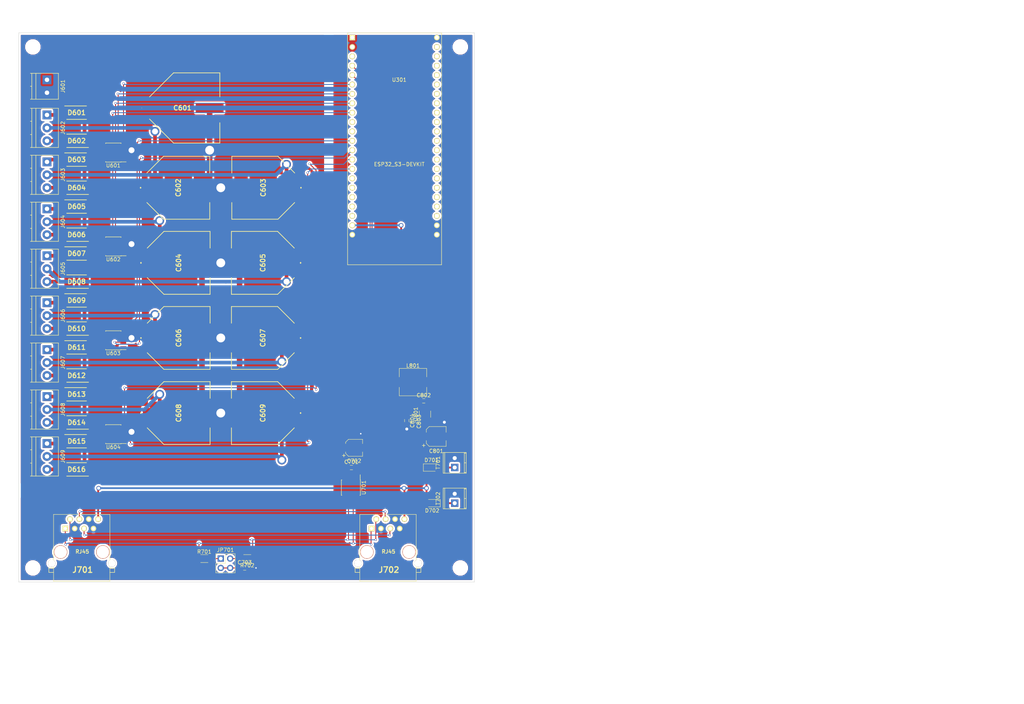
<source format=kicad_pcb>
(kicad_pcb (version 4) (host pcbnew 4.0.7+dfsg1-1ubuntu2)
  (layers (0 F.Cu signal) (31 B.Cu signal) (34 B.Paste user) (35 F.Paste user) (36 B.SilkS user) (37 F.SilkS user) (38 B.Mask user) (39 F.Mask user) (44 Edge.Cuts user))
  (net 0 "")
  (net 1 GND)
  (net 2 +3V3)
  (net 3 "Net-(C703-Pad1)")
  (net 4 "CAN +12V")
  (net 5 "Net-(C802-Pad2)")
  (net 6 "Net-(C802-Pad1)")
  (net 7 +5V)
  (net 8 "Net-(D701-Pad2)")
  (net 9 "Net-(D702-Pad1)")
  (net 10 "/CAN Transciver/CANH")
  (net 11 "/CAN Transciver/CANL")
  (net 12 "Net-(J701-Pad4)")
  (net 13 "Net-(J701-Pad5)")
  (net 14 "Net-(JP701-Pad1)")
  (net 15 "Net-(JP701-Pad2)")
  (net 16 "Net-(U301-Pad3)")
  (net 17 "/CAN Transciver/CAN_RX")
  (net 18 "/CAN Transciver/CAN_TX")
  (net 19 /MCU/GPIO6/Motor1)
  (net 20 /MCU/GPIO7/Motor2)
  (net 21 /MCU/GPIO15/Motor3)
  (net 22 /MCU/GPIO16/Motor4)
  (net 23 "Net-(U301-Pad10)")
  (net 24 "Net-(U301-Pad11)")
  (net 25 /MCU/GPIO8/Motor5)
  (net 26 /MCU/GPIO3/Motor6)
  (net 27 /MCU/GPIO46/Motor7)
  (net 28 /MCU/GPIO9/Motor8)
  (net 29 "Net-(U301-Pad16)")
  (net 30 "Net-(U301-Pad17)")
  (net 31 "Net-(U301-Pad18)")
  (net 32 "Net-(U301-Pad19)")
  (net 33 "Net-(U301-Pad20)")
  (net 34 "Net-(U301-Pad25)")
  (net 35 "Net-(U301-Pad26)")
  (net 36 "Net-(U301-Pad27)")
  (net 37 "Net-(U301-Pad28)")
  (net 38 "Net-(U301-Pad29)")
  (net 39 "Net-(U301-Pad30)")
  (net 40 "Net-(U301-Pad31)")
  (net 41 "Net-(U301-Pad32)")
  (net 42 "Net-(U301-Pad33)")
  (net 43 "Net-(U301-Pad34)")
  (net 44 "Net-(U301-Pad35)")
  (net 45 "Net-(U301-Pad36)")
  (net 46 "Net-(U301-Pad37)")
  (net 47 "Net-(U301-Pad38)")
  (net 48 "Net-(U301-Pad39)")
  (net 49 "Net-(U301-Pad40)")
  (net 50 "Net-(U301-Pad41)")
  (net 51 "Net-(U301-Pad42)")
  (net 52 "Net-(U301-Pad43)")
  (net 53 "Net-(U701-Pad5)")
  (net 54 "Net-(U701-Pad8)")
  (net 55 MotorPower)
  (net 56 "Net-(C602-Pad1)")
  (net 57 "Net-(C603-Pad1)")
  (net 58 "Net-(C604-Pad1)")
  (net 59 "Net-(C605-Pad1)")
  (net 60 "Net-(C606-Pad1)")
  (net 61 "Net-(C607-Pad1)")
  (net 62 "Net-(C608-Pad1)")
  (net 63 "Net-(C609-Pad1)")
  (net 64 "Net-(D601-Pad1)")
  (net 65 "Net-(D601-Pad2)")
  (net 66 "Net-(D602-Pad2)")
  (net 67 "Net-(D603-Pad1)")
  (net 68 "Net-(D603-Pad2)")
  (net 69 "Net-(D604-Pad2)")
  (net 70 "Net-(D605-Pad1)")
  (net 71 "Net-(D605-Pad2)")
  (net 72 "Net-(D606-Pad2)")
  (net 73 "Net-(D607-Pad1)")
  (net 74 "Net-(D607-Pad2)")
  (net 75 "Net-(D608-Pad2)")
  (net 76 "Net-(D609-Pad1)")
  (net 77 "Net-(D609-Pad2)")
  (net 78 "Net-(D610-Pad2)")
  (net 79 "Net-(D611-Pad1)")
  (net 80 "Net-(D611-Pad2)")
  (net 81 "Net-(D612-Pad2)")
  (net 82 "Net-(D613-Pad1)")
  (net 83 "Net-(D613-Pad2)")
  (net 84 "Net-(D614-Pad2)")
  (net 85 "Net-(D615-Pad1)")
  (net 86 "Net-(D615-Pad2)")
  (net 87 "Net-(D616-Pad2)")
  (module Mounting_Holes:MountingHole_3.2mm_M3 (layer F.Cu) (at 19.05 22.86)
    (fp_text reference REF** hide)
    (fp_text value MountingHole_3.2mm_M3 hide)
    (pad 1 np_thru_hole circle (at 0 0) (size 3.2 3.2) (drill 3.2) (layers *.Cu *.Mask))
  )
  (module Mounting_Holes:MountingHole_3.2mm_M3 (layer F.Cu) (at 19.05 163.83)
    (fp_text reference REF** hide)
    (fp_text value MountingHole_3.2mm_M3 hide)
    (pad 1 np_thru_hole circle (at 0 0) (size 3.2 3.2) (drill 3.2) (layers *.Cu *.Mask))
  )
  (module Mounting_Holes:MountingHole_3.2mm_M3 (layer F.Cu) (at 134.62 163.83)
    (fp_text reference REF** hide)
    (fp_text value MountingHole_3.2mm_M3 hide)
    (pad 1 np_thru_hole circle (at 0 0) (size 3.2 3.2) (drill 3.2) (layers *.Cu *.Mask))
  )
  (module Capacitors_SMD:C_0603 (layer F.Cu) (at 105.168 136.652)
    (fp_text reference C701 (at 0 -1.5) (layer F.SilkS))
    (fp_text value ".1 uf")
    (pad 2 smd rect (at 0.75 0) (size 0.8 0.75) (layers F.Cu F.Paste F.Mask) (net 1 GND))
    (pad 1 smd rect (at -0.75 0) (size 0.8 0.75) (layers F.Cu F.Paste F.Mask) (net 2 +3V3))
  )
  (module Capacitors_SMD:CP_Elec_4x5.7 (layer F.Cu) (at 105.896 131.318)
    (fp_text reference C702 (at 0 3.54) (layer F.SilkS))
    (fp_text value "15 uf 15V")
    (fp_text user + (at -2.77 2.01) (layer F.SilkS))
    (pad 1 smd rect (at -1.8 0 180) (size 2.6 1.6) (layers F.Cu F.Paste F.Mask) (net 2 +3V3))
    (pad 2 smd rect (at 1.8 0 180) (size 2.6 1.6) (layers F.Cu F.Paste F.Mask) (net 1 GND))
  )
  (module Capacitors_SMD:C_0603 (layer F.Cu) (at 76.315 163.83)
    (fp_text reference C703 (at 0 -1.5) (layer F.SilkS))
    (fp_text value "47 nf")
    (pad 2 smd rect (at 0.75 0) (size 0.8 0.75) (layers F.Cu F.Paste F.Mask) (net 1 GND))
    (pad 1 smd rect (at -0.75 0) (size 0.8 0.75) (layers F.Cu F.Paste F.Mask) (net 3 "Net-(C703-Pad1)"))
  )
  (module Capacitors_SMD:CP_Elec_5x5.3 (layer F.Cu) (at 128.102 128.27)
    (fp_text reference C801 (at 0 3.92) (layer F.SilkS))
    (fp_text value 10uf)
    (fp_text user + (at -3.38 2.34) (layer F.SilkS))
    (pad 1 smd rect (at -2.2 0 180) (size 3 1.6) (layers F.Cu F.Paste F.Mask) (net 4 "CAN +12V"))
    (pad 2 smd rect (at 2.2 0 180) (size 3 1.6) (layers F.Cu F.Paste F.Mask) (net 1 GND))
  )
  (module Capacitors_SMD:C_0603 (layer F.Cu) (at 124.726 118.618)
    (fp_text reference C802 (at 0 -1.5) (layer F.SilkS))
    (fp_text value 100nf)
    (pad 2 smd rect (at 0.75 0) (size 0.8 0.75) (layers F.Cu F.Paste F.Mask) (net 5 "Net-(C802-Pad2)"))
    (pad 1 smd rect (at -0.75 0) (size 0.8 0.75) (layers F.Cu F.Paste F.Mask) (net 6 "Net-(C802-Pad1)"))
  )
  (module Capacitors_SMD:C_0603 (layer F.Cu) (at 121.92 124.218 270)
    (fp_text reference C803 (at 0 -1.5 270) (layer F.SilkS))
    (fp_text value 22uf)
    (pad 2 smd rect (at 0.75 0 270) (size 0.8 0.75) (layers F.Cu F.Paste F.Mask) (net 1 GND))
    (pad 1 smd rect (at -0.75 0 270) (size 0.8 0.75) (layers F.Cu F.Paste F.Mask) (net 7 +5V))
  )
  (module Capacitors_SMD:C_0603 (layer F.Cu) (at 120.142 123.964 270)
    (fp_text reference C804 (at 0 -1.5 270) (layer F.SilkS))
    (fp_text value 22uf)
    (pad 2 smd rect (at 0.75 0 270) (size 0.8 0.75) (layers F.Cu F.Paste F.Mask) (net 1 GND))
    (pad 1 smd rect (at -0.75 0 270) (size 0.8 0.75) (layers F.Cu F.Paste F.Mask) (net 7 +5V))
  )
  (module Diodes_SMD:D_PowerDI-123 (layer F.Cu) (at 126.834 136.652)
    (fp_text reference D701 (at 0 -2) (layer F.SilkS))
    (fp_text value DFLS240-7)
    (pad 1 smd rect (at -0.85 0 180) (size 2.4 1.5) (layers F.Cu F.Paste F.Mask) (net 4 "CAN +12V"))
    (pad 2 smd rect (at 1.525 0 180) (size 1.05 1.5) (layers F.Cu F.Paste F.Mask) (net 8 "Net-(D701-Pad2)"))
  )
  (module Diodes_SMD:D_PowerDI-123 (layer F.Cu) (at 127.001 146.304 180)
    (fp_text reference D702 (at 0 -2 180) (layer F.SilkS))
    (fp_text value DFLS240-7)
    (pad 1 smd rect (at -0.85 0) (size 2.4 1.5) (layers F.Cu F.Paste F.Mask) (net 9 "Net-(D702-Pad1)"))
    (pad 2 smd rect (at 1.525 0) (size 1.05 1.5) (layers F.Cu F.Paste F.Mask) (net 4 "CAN +12V"))
  )
  (module RJ45-8N-S:RJ45_8N-S (layer F.Cu) (at 32.258 159.512)
    (fp_text reference J701 (at 0.254 4.826) (layer F.SilkS) (effects (font (thickness 0.3048))))
    (fp_text value RJ45 (at 0.14224 -0.1016) (layer F.SilkS) (effects (font (size 1.00076 1.00076) (thickness 0.2032))))
    (pad "" np_thru_hole circle (at 5.715 0) (size 3.64998 3.64998) (drill 3.2512) (layers *.Cu *.SilkS *.Mask))
    (pad "" np_thru_hole circle (at -5.715 0) (size 3.64998 3.64998) (drill 3.2512) (layers *.Cu *.SilkS *.Mask))
    (pad 1 thru_hole rect (at -4.445 -6.35) (size 1.50114 1.50114) (drill 0.89916) (layers *.Cu *.Mask F.SilkS) (net 10 "/CAN Transciver/CANH"))
    (pad 2 thru_hole circle (at -3.175 -8.89) (size 1.50114 1.50114) (drill 0.89916) (layers *.Cu *.Mask F.SilkS) (net 11 "/CAN Transciver/CANL"))
    (pad 3 thru_hole circle (at -1.905 -6.35) (size 1.50114 1.50114) (drill 0.89916) (layers *.Cu *.Mask F.SilkS) (net 1 GND))
    (pad 4 thru_hole circle (at -0.635 -8.89) (size 1.50114 1.50114) (drill 0.89916) (layers *.Cu *.Mask F.SilkS) (net 12 "Net-(J701-Pad4)"))
    (pad 5 thru_hole circle (at 0.635 -6.35) (size 1.50114 1.50114) (drill 0.89916) (layers *.Cu *.Mask F.SilkS) (net 13 "Net-(J701-Pad5)"))
    (pad 6 thru_hole circle (at 1.905 -8.89) (size 1.50114 1.50114) (drill 0.89916) (layers *.Cu *.Mask F.SilkS) (net 1 GND))
    (pad 7 thru_hole circle (at 3.175 -6.35) (size 1.50114 1.50114) (drill 0.89916) (layers *.Cu *.Mask F.SilkS) (net 1 GND))
    (pad 8 thru_hole circle (at 4.445 -8.89) (size 1.50114 1.50114) (drill 0.89916) (layers *.Cu *.Mask F.SilkS) (net 4 "CAN +12V"))
    (pad "" thru_hole circle (at -8.128 3.048) (size 1.9304 1.9304) (drill 1.9304) (layers *.Cu *.Mask F.SilkS))
    (pad "" thru_hole circle (at 8.128 3.048) (size 1.9304 1.9304) (drill 1.9304) (layers *.Cu *.Mask F.SilkS))
  )
  (module RJ45-8N-S:RJ45_8N-S (layer F.Cu) (at 115.062 159.512)
    (fp_text reference J702 (at 0.254 4.826) (layer F.SilkS) (effects (font (thickness 0.3048))))
    (fp_text value RJ45 (at 0.14224 -0.1016) (layer F.SilkS) (effects (font (size 1.00076 1.00076) (thickness 0.2032))))
    (pad "" np_thru_hole circle (at 5.715 0) (size 3.64998 3.64998) (drill 3.2512) (layers *.Cu *.SilkS *.Mask))
    (pad "" np_thru_hole circle (at -5.715 0) (size 3.64998 3.64998) (drill 3.2512) (layers *.Cu *.SilkS *.Mask))
    (pad 1 thru_hole rect (at -4.445 -6.35) (size 1.50114 1.50114) (drill 0.89916) (layers *.Cu *.Mask F.SilkS) (net 10 "/CAN Transciver/CANH"))
    (pad 2 thru_hole circle (at -3.175 -8.89) (size 1.50114 1.50114) (drill 0.89916) (layers *.Cu *.Mask F.SilkS) (net 11 "/CAN Transciver/CANL"))
    (pad 3 thru_hole circle (at -1.905 -6.35) (size 1.50114 1.50114) (drill 0.89916) (layers *.Cu *.Mask F.SilkS) (net 1 GND))
    (pad 4 thru_hole circle (at -0.635 -8.89) (size 1.50114 1.50114) (drill 0.89916) (layers *.Cu *.Mask F.SilkS) (net 12 "Net-(J701-Pad4)"))
    (pad 5 thru_hole circle (at 0.635 -6.35) (size 1.50114 1.50114) (drill 0.89916) (layers *.Cu *.Mask F.SilkS) (net 13 "Net-(J701-Pad5)"))
    (pad 6 thru_hole circle (at 1.905 -8.89) (size 1.50114 1.50114) (drill 0.89916) (layers *.Cu *.Mask F.SilkS) (net 1 GND))
    (pad 7 thru_hole circle (at 3.175 -6.35) (size 1.50114 1.50114) (drill 0.89916) (layers *.Cu *.Mask F.SilkS) (net 1 GND))
    (pad 8 thru_hole circle (at 4.445 -8.89) (size 1.50114 1.50114) (drill 0.89916) (layers *.Cu *.Mask F.SilkS) (net 4 "CAN +12V"))
    (pad "" thru_hole circle (at -8.128 3.048) (size 1.9304 1.9304) (drill 1.9304) (layers *.Cu *.Mask F.SilkS))
    (pad "" thru_hole circle (at 8.128 3.048) (size 1.9304 1.9304) (drill 1.9304) (layers *.Cu *.Mask F.SilkS))
  )
  (module Pin_Headers:Pin_Header_Straight_2x02_Pitch2.54mm (layer F.Cu) (at 69.85 161.29)
    (fp_text reference JP701 (at 1.27 -2.33) (layer F.SilkS))
    (fp_text value Termination)
    (pad 1 thru_hole rect (at 0 0) (size 1.7 1.7) (drill 1) (layers *.Cu *.Mask) (net 14 "Net-(JP701-Pad1)"))
    (pad 2 thru_hole oval (at 2.54 0) (size 1.7 1.7) (drill 1) (layers *.Cu *.Mask) (net 15 "Net-(JP701-Pad2)"))
    (pad 3 thru_hole oval (at 0 2.54) (size 1.7 1.7) (drill 1) (layers *.Cu *.Mask) (net 3 "Net-(C703-Pad1)"))
    (pad 4 thru_hole oval (at 2.54 2.54) (size 1.7 1.7) (drill 1) (layers *.Cu *.Mask) (net 3 "Net-(C703-Pad1)"))
  )
  (module Inductors_SMD:L_7.3x7.3_H4.5 (layer F.Cu) (at 121.818 113.538)
    (fp_text reference L801 (at 0 -4.45) (layer F.SilkS))
    (fp_text value 4.7uH)
    (pad 1 smd rect (at -3.2 0) (size 1.5 2.2) (layers F.Cu F.Paste F.Mask) (net 7 +5V))
    (pad 2 smd rect (at 3.2 0) (size 1.5 2.2) (layers F.Cu F.Paste F.Mask) (net 5 "Net-(C802-Pad2)"))
  )
  (module Resistors_SMD:R_1206 (layer F.Cu) (at 65.405 161.29)
    (fp_text reference R701 (at 0 -1.85) (layer F.SilkS))
    (fp_text value "60 Ohms")
    (pad 1 smd rect (at -1.45 0) (size 0.9 1.7) (layers F.Cu F.Paste F.Mask) (net 10 "/CAN Transciver/CANH"))
    (pad 2 smd rect (at 1.45 0) (size 0.9 1.7) (layers F.Cu F.Paste F.Mask) (net 14 "Net-(JP701-Pad1)"))
  )
  (module Resistors_SMD:R_1206 (layer F.Cu) (at 77.015 161.29 180)
    (fp_text reference R702 (at 0 -1.85 180) (layer F.SilkS))
    (fp_text value "60 Ohms")
    (pad 1 smd rect (at -1.45 0 180) (size 0.9 1.7) (layers F.Cu F.Paste F.Mask) (net 11 "/CAN Transciver/CANL"))
    (pad 2 smd rect (at 1.45 0 180) (size 0.9 1.7) (layers F.Cu F.Paste F.Mask) (net 15 "Net-(JP701-Pad2)"))
  )
  (module Connectors_Terminal_Blocks:TerminalBlock_Pheonix_MPT-2.54mm_2pol (layer F.Cu) (at 133.096 136.652 90)
    (fp_text reference T701 (at 1.27 -4.50088 90) (layer F.SilkS))
    (fp_text value "+ 15 in -")
    (pad 2 thru_hole oval (at 2.54 0 90) (size 1.99898 1.99898) (drill 1.09728) (layers *.Cu *.Mask) (net 1 GND))
    (pad 1 thru_hole rect (at 0 0 90) (size 1.99898 1.99898) (drill 1.09728) (layers *.Cu *.Mask) (net 8 "Net-(D701-Pad2)"))
  )
  (module Connectors_Terminal_Blocks:TerminalBlock_Pheonix_MPT-2.54mm_2pol (layer F.Cu) (at 133.096 146.304 90)
    (fp_text reference T702 (at 1.27 -4.50088 90) (layer F.SilkS))
    (fp_text value "+ 15 out -")
    (pad 2 thru_hole oval (at 2.54 0 90) (size 1.99898 1.99898) (drill 1.09728) (layers *.Cu *.Mask) (net 1 GND))
    (pad 1 thru_hole rect (at 0 0 90) (size 1.99898 1.99898) (drill 1.09728) (layers *.Cu *.Mask) (net 9 "Net-(D702-Pad1)"))
  )
  (module ESP32-Boards:ESP32-S3-Devkit-C (layer F.Cu) (at 118.11 43.18)
    (fp_text reference U301 (at 0 -11.43) (layer F.SilkS))
    (fp_text value ESP32_S3-DEVKIT (at 0 11.43) (layer F.SilkS))
    (pad 1 thru_hole rect (at -12.7 -22.86) (size 1.524 1.524) (drill 1.016) (layers *.Cu *.Mask F.SilkS) (net 2 +3V3))
    (pad 2 thru_hole circle (at -12.7 -20.32) (size 1.524 1.524) (drill 1.016) (layers *.Cu *.Mask F.SilkS) (net 2 +3V3))
    (pad 3 thru_hole circle (at -12.7 -17.78) (size 1.524 1.524) (drill 1.016) (layers *.Cu *.Mask F.SilkS) (net 16 "Net-(U301-Pad3)"))
    (pad 4 thru_hole circle (at -12.7 -15.24) (size 1.524 1.524) (drill 1.016) (layers *.Cu *.Mask F.SilkS) (net 17 "/CAN Transciver/CAN_RX"))
    (pad 5 thru_hole circle (at -12.7 -12.7) (size 1.524 1.524) (drill 1.016) (layers *.Cu *.Mask F.SilkS) (net 18 "/CAN Transciver/CAN_TX"))
    (pad 6 thru_hole circle (at -12.7 -10.16) (size 1.524 1.524) (drill 1.016) (layers *.Cu *.Mask F.SilkS) (net 19 /MCU/GPIO6/Motor1))
    (pad 7 thru_hole circle (at -12.7 -7.62) (size 1.524 1.524) (drill 1.016) (layers *.Cu *.Mask F.SilkS) (net 20 /MCU/GPIO7/Motor2))
    (pad 8 thru_hole circle (at -12.7 -5.08) (size 1.524 1.524) (drill 1.016) (layers *.Cu *.Mask F.SilkS) (net 21 /MCU/GPIO15/Motor3))
    (pad 9 thru_hole circle (at -12.7 -2.54) (size 1.524 1.524) (drill 1.016) (layers *.Cu *.Mask F.SilkS) (net 22 /MCU/GPIO16/Motor4))
    (pad 10 thru_hole circle (at -12.7 0) (size 1.524 1.524) (drill 1.016) (layers *.Cu *.Mask F.SilkS) (net 23 "Net-(U301-Pad10)"))
    (pad 11 thru_hole circle (at -12.7 2.54) (size 1.524 1.524) (drill 1.016) (layers *.Cu *.Mask F.SilkS) (net 24 "Net-(U301-Pad11)"))
    (pad 12 thru_hole circle (at -12.7 5.08) (size 1.524 1.524) (drill 1.016) (layers *.Cu *.Mask F.SilkS) (net 25 /MCU/GPIO8/Motor5))
    (pad 13 thru_hole circle (at -12.7 7.62) (size 1.524 1.524) (drill 1.016) (layers *.Cu *.Mask F.SilkS) (net 26 /MCU/GPIO3/Motor6))
    (pad 14 thru_hole circle (at -12.7 10.16) (size 1.524 1.524) (drill 1.016) (layers *.Cu *.Mask F.SilkS) (net 27 /MCU/GPIO46/Motor7))
    (pad 15 thru_hole circle (at -12.7 12.7) (size 1.524 1.524) (drill 1.016) (layers *.Cu *.Mask F.SilkS) (net 28 /MCU/GPIO9/Motor8))
    (pad 16 thru_hole circle (at -12.7 15.24) (size 1.524 1.524) (drill 1.016) (layers *.Cu *.Mask F.SilkS) (net 29 "Net-(U301-Pad16)"))
    (pad 17 thru_hole circle (at -12.7 17.78) (size 1.524 1.524) (drill 1.016) (layers *.Cu *.Mask F.SilkS) (net 30 "Net-(U301-Pad17)"))
    (pad 18 thru_hole circle (at -12.7 20.32) (size 1.524 1.524) (drill 1.016) (layers *.Cu *.Mask F.SilkS) (net 31 "Net-(U301-Pad18)"))
    (pad 19 thru_hole circle (at -12.7 22.86) (size 1.524 1.524) (drill 1.016) (layers *.Cu *.Mask F.SilkS) (net 32 "Net-(U301-Pad19)"))
    (pad 20 thru_hole circle (at -12.7 25.4) (size 1.524 1.524) (drill 1.016) (layers *.Cu *.Mask F.SilkS) (net 33 "Net-(U301-Pad20)"))
    (pad 21 thru_hole circle (at -12.7 27.94) (size 1.524 1.524) (drill 1.016) (layers *.Cu *.Mask F.SilkS) (net 7 +5V))
    (pad 22 thru_hole circle (at -12.7 30.48) (size 1.524 1.524) (drill 1.016) (layers *.Cu *.Mask F.SilkS) (net 1 GND))
    (pad 23 thru_hole circle (at 10.16 30.48) (size 1.524 1.524) (drill 1.016) (layers *.Cu *.Mask F.SilkS) (net 1 GND))
    (pad 24 thru_hole circle (at 10.16 27.94) (size 1.524 1.524) (drill 1.016) (layers *.Cu *.Mask F.SilkS) (net 1 GND))
    (pad 25 thru_hole circle (at 10.16 25.4) (size 1.524 1.524) (drill 1.016) (layers *.Cu *.Mask F.SilkS) (net 34 "Net-(U301-Pad25)"))
    (pad 26 thru_hole circle (at 10.16 22.86) (size 1.524 1.524) (drill 1.016) (layers *.Cu *.Mask F.SilkS) (net 35 "Net-(U301-Pad26)"))
    (pad 27 thru_hole circle (at 10.16 20.32) (size 1.524 1.524) (drill 1.016) (layers *.Cu *.Mask F.SilkS) (net 36 "Net-(U301-Pad27)"))
    (pad 28 thru_hole circle (at 10.16 17.78) (size 1.524 1.524) (drill 1.016) (layers *.Cu *.Mask F.SilkS) (net 37 "Net-(U301-Pad28)"))
    (pad 29 thru_hole circle (at 10.16 15.24) (size 1.524 1.524) (drill 1.016) (layers *.Cu *.Mask F.SilkS) (net 38 "Net-(U301-Pad29)"))
    (pad 30 thru_hole circle (at 10.16 12.7) (size 1.524 1.524) (drill 1.016) (layers *.Cu *.Mask F.SilkS) (net 39 "Net-(U301-Pad30)"))
    (pad 31 thru_hole circle (at 10.16 10.16) (size 1.524 1.524) (drill 1.016) (layers *.Cu *.Mask F.SilkS) (net 40 "Net-(U301-Pad31)"))
    (pad 32 thru_hole circle (at 10.16 7.62) (size 1.524 1.524) (drill 1.016) (layers *.Cu *.Mask F.SilkS) (net 41 "Net-(U301-Pad32)"))
    (pad 33 thru_hole circle (at 10.16 5.08) (size 1.524 1.524) (drill 1.016) (layers *.Cu *.Mask F.SilkS) (net 42 "Net-(U301-Pad33)"))
    (pad 34 thru_hole circle (at 10.16 2.54) (size 1.524 1.524) (drill 1.016) (layers *.Cu *.Mask F.SilkS) (net 43 "Net-(U301-Pad34)"))
    (pad 35 thru_hole circle (at 10.16 0) (size 1.524 1.524) (drill 1.016) (layers *.Cu *.Mask F.SilkS) (net 44 "Net-(U301-Pad35)"))
    (pad 36 thru_hole circle (at 10.16 -2.54) (size 1.524 1.524) (drill 1.016) (layers *.Cu *.Mask F.SilkS) (net 45 "Net-(U301-Pad36)"))
    (pad 37 thru_hole circle (at 10.16 -5.08) (size 1.524 1.524) (drill 1.016) (layers *.Cu *.Mask F.SilkS) (net 46 "Net-(U301-Pad37)"))
    (pad 38 thru_hole circle (at 10.16 -7.62) (size 1.524 1.524) (drill 1.016) (layers *.Cu *.Mask F.SilkS) (net 47 "Net-(U301-Pad38)"))
    (pad 39 thru_hole circle (at 10.16 -10.16) (size 1.524 1.524) (drill 1.016) (layers *.Cu *.Mask F.SilkS) (net 48 "Net-(U301-Pad39)"))
    (pad 40 thru_hole circle (at 10.16 -12.7) (size 1.524 1.524) (drill 1.016) (layers *.Cu *.Mask F.SilkS) (net 49 "Net-(U301-Pad40)"))
    (pad 41 thru_hole circle (at 10.16 -15.24) (size 1.524 1.524) (drill 1.016) (layers *.Cu *.Mask F.SilkS) (net 50 "Net-(U301-Pad41)"))
    (pad 42 thru_hole circle (at 10.16 -17.78) (size 1.524 1.524) (drill 1.016) (layers *.Cu *.Mask F.SilkS) (net 51 "Net-(U301-Pad42)"))
    (pad 43 thru_hole circle (at 10.16 -20.32) (size 1.524 1.524) (drill 1.016) (layers *.Cu *.Mask F.SilkS) (net 52 "Net-(U301-Pad43)"))
    (pad 44 thru_hole circle (at 10.16 -22.86) (size 1.524 1.524) (drill 1.016) (layers *.Cu *.Mask F.SilkS) (net 1 GND))
  )
  (module Housings_SOIC:SOIC-8_3.9x4.9mm_Pitch1.27mm (layer F.Cu) (at 105.029 142.08 270)
    (fp_text reference U701 (at 0 -3.5 270) (layer F.SilkS))
    (fp_text value TCAN332DR)
    (pad 1 smd rect (at -2.7 -1.905 270) (size 1.55 0.6) (layers F.Cu F.Paste F.Mask) (net 18 "/CAN Transciver/CAN_TX"))
    (pad 2 smd rect (at -2.7 -0.635 270) (size 1.55 0.6) (layers F.Cu F.Paste F.Mask) (net 1 GND))
    (pad 3 smd rect (at -2.7 0.635 270) (size 1.55 0.6) (layers F.Cu F.Paste F.Mask) (net 2 +3V3))
    (pad 4 smd rect (at -2.7 1.905 270) (size 1.55 0.6) (layers F.Cu F.Paste F.Mask) (net 17 "/CAN Transciver/CAN_RX"))
    (pad 5 smd rect (at 2.7 1.905 270) (size 1.55 0.6) (layers F.Cu F.Paste F.Mask) (net 53 "Net-(U701-Pad5)"))
    (pad 6 smd rect (at 2.7 0.635 270) (size 1.55 0.6) (layers F.Cu F.Paste F.Mask) (net 11 "/CAN Transciver/CANL"))
    (pad 7 smd rect (at 2.7 -0.635 270) (size 1.55 0.6) (layers F.Cu F.Paste F.Mask) (net 10 "/CAN Transciver/CANH"))
    (pad 8 smd rect (at 2.7 -1.905 270) (size 1.55 0.6) (layers F.Cu F.Paste F.Mask) (net 54 "Net-(U701-Pad8)"))
  )
  (module TO_SOT_Packages_SMD:TSOT-23-6_MK06A (layer F.Cu) (at 125.034 122.214 90)
    (fp_text reference U801 (at 0 -2.45 90) (layer F.SilkS))
    (fp_text value AP63205)
    (pad 1 smd rect (at -1.31 -0.95 90) (size 1.22 0.65) (layers F.Cu F.Paste F.Mask) (net 7 +5V))
    (pad 2 smd rect (at -1.31 0 90) (size 1.22 0.65) (layers F.Cu F.Paste F.Mask) (net 4 "CAN +12V"))
    (pad 3 smd rect (at -1.31 0.95 90) (size 1.22 0.65) (layers F.Cu F.Paste F.Mask) (net 4 "CAN +12V"))
    (pad 4 smd rect (at 1.31 0.95 90) (size 1.22 0.65) (layers F.Cu F.Paste F.Mask) (net 1 GND))
    (pad 5 smd rect (at 1.31 0 90) (size 1.22 0.65) (layers F.Cu F.Paste F.Mask) (net 5 "Net-(C802-Pad2)"))
    (pad 6 smd rect (at 1.31 -0.95 90) (size 1.22 0.65) (layers F.Cu F.Paste F.Mask) (net 6 "Net-(C802-Pad1)"))
  )
  (module BigSMDCaps:EEEFK0J133SM (layer F.Cu) (at 60.09 39.37)
    (fp_text reference C601 (at -0.6 0) (layer F.SilkS) (effects (font (size 1.27 1.27) (thickness 0.254))))
    (fp_text value "4700uf 25V" hide)
    (pad 1 smd rect (at -6.75 0 90) (size 2.5 7.5) (layers F.Cu F.Paste F.Mask) (net 55 MotorPower))
    (pad 2 smd rect (at 6.75 0 90) (size 2.5 7.5) (layers F.Cu F.Paste F.Mask) (net 1 GND))
  )
  (module BigSMDCaps:EEEFK0J682AV (layer F.Cu) (at 58.37 60.96 270)
    (fp_text reference C602 (at 0 0 270) (layer F.SilkS) (effects (font (size 1.27 1.27) (thickness 0.254))))
    (fp_text value "2200uF 25V" hide)
    (pad 1 smd rect (at 0 6.3 270) (size 2.8 6.8) (layers F.Cu F.Paste F.Mask) (net 56 "Net-(C602-Pad1)"))
    (pad 2 smd rect (at 0 -6.3 270) (size 2.8 6.8) (layers F.Cu F.Paste F.Mask) (net 1 GND))
    (pad 1 smd rect (at -2.25 6 270) (size 1.7 3.6) (layers F.Cu F.Paste F.Mask) (net 56 "Net-(C602-Pad1)"))
    (pad 1 smd rect (at 2.25 6 270) (size 1.7 3.6) (layers F.Cu F.Paste F.Mask) (net 56 "Net-(C602-Pad1)"))
    (pad 2 smd rect (at -2.25 -6 270) (size 1.7 3.6) (layers F.Cu F.Paste F.Mask) (net 1 GND))
    (pad 2 smd rect (at 2.25 -6 270) (size 1.7 3.6) (layers F.Cu F.Paste F.Mask) (net 1 GND))
  )
  (module BigSMDCaps:EEEFK0J682AV (layer F.Cu) (at 81.33 60.96 90)
    (fp_text reference C603 (at 0 0 90) (layer F.SilkS) (effects (font (size 1.27 1.27) (thickness 0.254))))
    (fp_text value "2200uF 25V" hide)
    (pad 1 smd rect (at 0 6.3 90) (size 2.8 6.8) (layers F.Cu F.Paste F.Mask) (net 57 "Net-(C603-Pad1)"))
    (pad 2 smd rect (at 0 -6.3 90) (size 2.8 6.8) (layers F.Cu F.Paste F.Mask) (net 1 GND))
    (pad 1 smd rect (at -2.25 6 90) (size 1.7 3.6) (layers F.Cu F.Paste F.Mask) (net 57 "Net-(C603-Pad1)"))
    (pad 1 smd rect (at 2.25 6 90) (size 1.7 3.6) (layers F.Cu F.Paste F.Mask) (net 57 "Net-(C603-Pad1)"))
    (pad 2 smd rect (at -2.25 -6 90) (size 1.7 3.6) (layers F.Cu F.Paste F.Mask) (net 1 GND))
    (pad 2 smd rect (at 2.25 -6 90) (size 1.7 3.6) (layers F.Cu F.Paste F.Mask) (net 1 GND))
  )
  (module BigSMDCaps:EEEFK0J682AV (layer F.Cu) (at 58.47 81.28 270)
    (fp_text reference C604 (at 0 0 270) (layer F.SilkS) (effects (font (size 1.27 1.27) (thickness 0.254))))
    (fp_text value "2200uF 25V" hide)
    (pad 1 smd rect (at 0 6.3 270) (size 2.8 6.8) (layers F.Cu F.Paste F.Mask) (net 58 "Net-(C604-Pad1)"))
    (pad 2 smd rect (at 0 -6.3 270) (size 2.8 6.8) (layers F.Cu F.Paste F.Mask) (net 1 GND))
    (pad 1 smd rect (at -2.25 6 270) (size 1.7 3.6) (layers F.Cu F.Paste F.Mask) (net 58 "Net-(C604-Pad1)"))
    (pad 1 smd rect (at 2.25 6 270) (size 1.7 3.6) (layers F.Cu F.Paste F.Mask) (net 58 "Net-(C604-Pad1)"))
    (pad 2 smd rect (at -2.25 -6 270) (size 1.7 3.6) (layers F.Cu F.Paste F.Mask) (net 1 GND))
    (pad 2 smd rect (at 2.25 -6 270) (size 1.7 3.6) (layers F.Cu F.Paste F.Mask) (net 1 GND))
  )
  (module BigSMDCaps:EEEFK0J682AV (layer F.Cu) (at 81.23 81.28 90)
    (fp_text reference C605 (at 0 0 90) (layer F.SilkS) (effects (font (size 1.27 1.27) (thickness 0.254))))
    (fp_text value "2200uF 25V" hide)
    (pad 1 smd rect (at 0 6.3 90) (size 2.8 6.8) (layers F.Cu F.Paste F.Mask) (net 59 "Net-(C605-Pad1)"))
    (pad 2 smd rect (at 0 -6.3 90) (size 2.8 6.8) (layers F.Cu F.Paste F.Mask) (net 1 GND))
    (pad 1 smd rect (at -2.25 6 90) (size 1.7 3.6) (layers F.Cu F.Paste F.Mask) (net 59 "Net-(C605-Pad1)"))
    (pad 1 smd rect (at 2.25 6 90) (size 1.7 3.6) (layers F.Cu F.Paste F.Mask) (net 59 "Net-(C605-Pad1)"))
    (pad 2 smd rect (at -2.25 -6 90) (size 1.7 3.6) (layers F.Cu F.Paste F.Mask) (net 1 GND))
    (pad 2 smd rect (at 2.25 -6 90) (size 1.7 3.6) (layers F.Cu F.Paste F.Mask) (net 1 GND))
  )
  (module BigSMDCaps:EEEFK0J682AV (layer F.Cu) (at 58.47 101.6 270)
    (fp_text reference C606 (at 0 0 270) (layer F.SilkS) (effects (font (size 1.27 1.27) (thickness 0.254))))
    (fp_text value "2200uF 25V" hide)
    (pad 1 smd rect (at 0 6.3 270) (size 2.8 6.8) (layers F.Cu F.Paste F.Mask) (net 60 "Net-(C606-Pad1)"))
    (pad 2 smd rect (at 0 -6.3 270) (size 2.8 6.8) (layers F.Cu F.Paste F.Mask) (net 1 GND))
    (pad 1 smd rect (at -2.25 6 270) (size 1.7 3.6) (layers F.Cu F.Paste F.Mask) (net 60 "Net-(C606-Pad1)"))
    (pad 1 smd rect (at 2.25 6 270) (size 1.7 3.6) (layers F.Cu F.Paste F.Mask) (net 60 "Net-(C606-Pad1)"))
    (pad 2 smd rect (at -2.25 -6 270) (size 1.7 3.6) (layers F.Cu F.Paste F.Mask) (net 1 GND))
    (pad 2 smd rect (at 2.25 -6 270) (size 1.7 3.6) (layers F.Cu F.Paste F.Mask) (net 1 GND))
  )
  (module BigSMDCaps:EEEFK0J682AV (layer F.Cu) (at 81.23 101.6 90)
    (fp_text reference C607 (at 0 0 90) (layer F.SilkS) (effects (font (size 1.27 1.27) (thickness 0.254))))
    (fp_text value "2200uF 25V" hide)
    (pad 1 smd rect (at 0 6.3 90) (size 2.8 6.8) (layers F.Cu F.Paste F.Mask) (net 61 "Net-(C607-Pad1)"))
    (pad 2 smd rect (at 0 -6.3 90) (size 2.8 6.8) (layers F.Cu F.Paste F.Mask) (net 1 GND))
    (pad 1 smd rect (at -2.25 6 90) (size 1.7 3.6) (layers F.Cu F.Paste F.Mask) (net 61 "Net-(C607-Pad1)"))
    (pad 1 smd rect (at 2.25 6 90) (size 1.7 3.6) (layers F.Cu F.Paste F.Mask) (net 61 "Net-(C607-Pad1)"))
    (pad 2 smd rect (at -2.25 -6 90) (size 1.7 3.6) (layers F.Cu F.Paste F.Mask) (net 1 GND))
    (pad 2 smd rect (at 2.25 -6 90) (size 1.7 3.6) (layers F.Cu F.Paste F.Mask) (net 1 GND))
  )
  (module BigSMDCaps:EEEFK0J682AV (layer F.Cu) (at 58.47 121.92 270)
    (fp_text reference C608 (at 0 0 270) (layer F.SilkS) (effects (font (size 1.27 1.27) (thickness 0.254))))
    (fp_text value "2200uF 25V" hide)
    (pad 1 smd rect (at 0 6.3 270) (size 2.8 6.8) (layers F.Cu F.Paste F.Mask) (net 62 "Net-(C608-Pad1)"))
    (pad 2 smd rect (at 0 -6.3 270) (size 2.8 6.8) (layers F.Cu F.Paste F.Mask) (net 1 GND))
    (pad 1 smd rect (at -2.25 6 270) (size 1.7 3.6) (layers F.Cu F.Paste F.Mask) (net 62 "Net-(C608-Pad1)"))
    (pad 1 smd rect (at 2.25 6 270) (size 1.7 3.6) (layers F.Cu F.Paste F.Mask) (net 62 "Net-(C608-Pad1)"))
    (pad 2 smd rect (at -2.25 -6 270) (size 1.7 3.6) (layers F.Cu F.Paste F.Mask) (net 1 GND))
    (pad 2 smd rect (at 2.25 -6 270) (size 1.7 3.6) (layers F.Cu F.Paste F.Mask) (net 1 GND))
  )
  (module BigSMDCaps:EEEFK0J682AV (layer F.Cu) (at 81.23 121.92 90)
    (fp_text reference C609 (at 0 0 90) (layer F.SilkS) (effects (font (size 1.27 1.27) (thickness 0.254))))
    (fp_text value "2200uF 25V" hide)
    (pad 1 smd rect (at 0 6.3 90) (size 2.8 6.8) (layers F.Cu F.Paste F.Mask) (net 63 "Net-(C609-Pad1)"))
    (pad 2 smd rect (at 0 -6.3 90) (size 2.8 6.8) (layers F.Cu F.Paste F.Mask) (net 1 GND))
    (pad 1 smd rect (at -2.25 6 90) (size 1.7 3.6) (layers F.Cu F.Paste F.Mask) (net 63 "Net-(C609-Pad1)"))
    (pad 1 smd rect (at 2.25 6 90) (size 1.7 3.6) (layers F.Cu F.Paste F.Mask) (net 63 "Net-(C609-Pad1)"))
    (pad 2 smd rect (at -2.25 -6 90) (size 1.7 3.6) (layers F.Cu F.Paste F.Mask) (net 1 GND))
    (pad 2 smd rect (at 2.25 -6 90) (size 1.7 3.6) (layers F.Cu F.Paste F.Mask) (net 1 GND))
  )
  (module Rectifiers:DIOM5336X245N (layer F.Cu) (at 30.87 40.64)
    (fp_text reference D601 (at 0 0) (layer F.SilkS) (effects (font (size 1.27 1.27) (thickness 0.254))))
    (fp_text value S2A hide)
    (pad 1 smd rect (at -2.15 0 90) (size 2.15 2.3) (layers F.Cu F.Paste F.Mask) (net 64 "Net-(D601-Pad1)"))
    (pad 2 smd rect (at 2.15 0 90) (size 2.15 2.3) (layers F.Cu F.Paste F.Mask) (net 65 "Net-(D601-Pad2)"))
  )
  (module Rectifiers:DIOM5336X245N (layer F.Cu) (at 30.87 48.26 180)
    (fp_text reference D602 (at 0 0 180) (layer F.SilkS) (effects (font (size 1.27 1.27) (thickness 0.254))))
    (fp_text value S2A hide)
    (pad 1 smd rect (at -2.15 0 270) (size 2.15 2.3) (layers F.Cu F.Paste F.Mask) (net 65 "Net-(D601-Pad2)"))
    (pad 2 smd rect (at 2.15 0 270) (size 2.15 2.3) (layers F.Cu F.Paste F.Mask) (net 66 "Net-(D602-Pad2)"))
  )
  (module Rectifiers:DIOM5336X245N (layer F.Cu) (at 30.87 53.34)
    (fp_text reference D603 (at 0 0) (layer F.SilkS) (effects (font (size 1.27 1.27) (thickness 0.254))))
    (fp_text value S2A hide)
    (pad 1 smd rect (at -2.15 0 90) (size 2.15 2.3) (layers F.Cu F.Paste F.Mask) (net 67 "Net-(D603-Pad1)"))
    (pad 2 smd rect (at 2.15 0 90) (size 2.15 2.3) (layers F.Cu F.Paste F.Mask) (net 68 "Net-(D603-Pad2)"))
  )
  (module Rectifiers:DIOM5336X245N (layer F.Cu) (at 30.87 60.96 180)
    (fp_text reference D604 (at 0 0 180) (layer F.SilkS) (effects (font (size 1.27 1.27) (thickness 0.254))))
    (fp_text value S2A hide)
    (pad 1 smd rect (at -2.15 0 270) (size 2.15 2.3) (layers F.Cu F.Paste F.Mask) (net 68 "Net-(D603-Pad2)"))
    (pad 2 smd rect (at 2.15 0 270) (size 2.15 2.3) (layers F.Cu F.Paste F.Mask) (net 69 "Net-(D604-Pad2)"))
  )
  (module Rectifiers:DIOM5336X245N (layer F.Cu) (at 30.87 66.04)
    (fp_text reference D605 (at 0 0) (layer F.SilkS) (effects (font (size 1.27 1.27) (thickness 0.254))))
    (fp_text value S2A hide)
    (pad 1 smd rect (at -2.15 0 90) (size 2.15 2.3) (layers F.Cu F.Paste F.Mask) (net 70 "Net-(D605-Pad1)"))
    (pad 2 smd rect (at 2.15 0 90) (size 2.15 2.3) (layers F.Cu F.Paste F.Mask) (net 71 "Net-(D605-Pad2)"))
  )
  (module Rectifiers:DIOM5336X245N (layer F.Cu) (at 30.87 73.66 180)
    (fp_text reference D606 (at 0 0 180) (layer F.SilkS) (effects (font (size 1.27 1.27) (thickness 0.254))))
    (fp_text value S2A hide)
    (pad 1 smd rect (at -2.15 0 270) (size 2.15 2.3) (layers F.Cu F.Paste F.Mask) (net 71 "Net-(D605-Pad2)"))
    (pad 2 smd rect (at 2.15 0 270) (size 2.15 2.3) (layers F.Cu F.Paste F.Mask) (net 72 "Net-(D606-Pad2)"))
  )
  (module Rectifiers:DIOM5336X245N (layer F.Cu) (at 30.87 78.74)
    (fp_text reference D607 (at 0 0) (layer F.SilkS) (effects (font (size 1.27 1.27) (thickness 0.254))))
    (fp_text value S2A hide)
    (pad 1 smd rect (at -2.15 0 90) (size 2.15 2.3) (layers F.Cu F.Paste F.Mask) (net 73 "Net-(D607-Pad1)"))
    (pad 2 smd rect (at 2.15 0 90) (size 2.15 2.3) (layers F.Cu F.Paste F.Mask) (net 74 "Net-(D607-Pad2)"))
  )
  (module Rectifiers:DIOM5336X245N (layer F.Cu) (at 30.87 86.36 180)
    (fp_text reference D608 (at 0 0 180) (layer F.SilkS) (effects (font (size 1.27 1.27) (thickness 0.254))))
    (fp_text value S2A hide)
    (pad 1 smd rect (at -2.15 0 270) (size 2.15 2.3) (layers F.Cu F.Paste F.Mask) (net 74 "Net-(D607-Pad2)"))
    (pad 2 smd rect (at 2.15 0 270) (size 2.15 2.3) (layers F.Cu F.Paste F.Mask) (net 75 "Net-(D608-Pad2)"))
  )
  (module Rectifiers:DIOM5336X245N (layer F.Cu) (at 30.87 91.44)
    (fp_text reference D609 (at 0 0) (layer F.SilkS) (effects (font (size 1.27 1.27) (thickness 0.254))))
    (fp_text value S2A hide)
    (pad 1 smd rect (at -2.15 0 90) (size 2.15 2.3) (layers F.Cu F.Paste F.Mask) (net 76 "Net-(D609-Pad1)"))
    (pad 2 smd rect (at 2.15 0 90) (size 2.15 2.3) (layers F.Cu F.Paste F.Mask) (net 77 "Net-(D609-Pad2)"))
  )
  (module Rectifiers:DIOM5336X245N (layer F.Cu) (at 30.87 99.06 180)
    (fp_text reference D610 (at 0 0 180) (layer F.SilkS) (effects (font (size 1.27 1.27) (thickness 0.254))))
    (fp_text value S2A hide)
    (pad 1 smd rect (at -2.15 0 270) (size 2.15 2.3) (layers F.Cu F.Paste F.Mask) (net 77 "Net-(D609-Pad2)"))
    (pad 2 smd rect (at 2.15 0 270) (size 2.15 2.3) (layers F.Cu F.Paste F.Mask) (net 78 "Net-(D610-Pad2)"))
  )
  (module Rectifiers:DIOM5336X245N (layer F.Cu) (at 30.87 104.14)
    (fp_text reference D611 (at 0 0) (layer F.SilkS) (effects (font (size 1.27 1.27) (thickness 0.254))))
    (fp_text value S2A hide)
    (pad 1 smd rect (at -2.15 0 90) (size 2.15 2.3) (layers F.Cu F.Paste F.Mask) (net 79 "Net-(D611-Pad1)"))
    (pad 2 smd rect (at 2.15 0 90) (size 2.15 2.3) (layers F.Cu F.Paste F.Mask) (net 80 "Net-(D611-Pad2)"))
  )
  (module Rectifiers:DIOM5336X245N (layer F.Cu) (at 30.87 111.76 180)
    (fp_text reference D612 (at 0 0 180) (layer F.SilkS) (effects (font (size 1.27 1.27) (thickness 0.254))))
    (fp_text value S2A hide)
    (pad 1 smd rect (at -2.15 0 270) (size 2.15 2.3) (layers F.Cu F.Paste F.Mask) (net 80 "Net-(D611-Pad2)"))
    (pad 2 smd rect (at 2.15 0 270) (size 2.15 2.3) (layers F.Cu F.Paste F.Mask) (net 81 "Net-(D612-Pad2)"))
  )
  (module Rectifiers:DIOM5336X245N (layer F.Cu) (at 30.87 116.84)
    (fp_text reference D613 (at 0 0) (layer F.SilkS) (effects (font (size 1.27 1.27) (thickness 0.254))))
    (fp_text value S2A hide)
    (pad 1 smd rect (at -2.15 0 90) (size 2.15 2.3) (layers F.Cu F.Paste F.Mask) (net 82 "Net-(D613-Pad1)"))
    (pad 2 smd rect (at 2.15 0 90) (size 2.15 2.3) (layers F.Cu F.Paste F.Mask) (net 83 "Net-(D613-Pad2)"))
  )
  (module Rectifiers:DIOM5336X245N (layer F.Cu) (at 30.87 124.46 180)
    (fp_text reference D614 (at 0 0 180) (layer F.SilkS) (effects (font (size 1.27 1.27) (thickness 0.254))))
    (fp_text value S2A hide)
    (pad 1 smd rect (at -2.15 0 270) (size 2.15 2.3) (layers F.Cu F.Paste F.Mask) (net 83 "Net-(D613-Pad2)"))
    (pad 2 smd rect (at 2.15 0 270) (size 2.15 2.3) (layers F.Cu F.Paste F.Mask) (net 84 "Net-(D614-Pad2)"))
  )
  (module Rectifiers:DIOM5336X245N (layer F.Cu) (at 30.87 129.54)
    (fp_text reference D615 (at 0 0) (layer F.SilkS) (effects (font (size 1.27 1.27) (thickness 0.254))))
    (fp_text value S2A hide)
    (pad 1 smd rect (at -2.15 0 90) (size 2.15 2.3) (layers F.Cu F.Paste F.Mask) (net 85 "Net-(D615-Pad1)"))
    (pad 2 smd rect (at 2.15 0 90) (size 2.15 2.3) (layers F.Cu F.Paste F.Mask) (net 86 "Net-(D615-Pad2)"))
  )
  (module Rectifiers:DIOM5336X245N (layer F.Cu) (at 30.87 137.16 180)
    (fp_text reference D616 (at 0 0 180) (layer F.SilkS) (effects (font (size 1.27 1.27) (thickness 0.254))))
    (fp_text value S2A hide)
    (pad 1 smd rect (at -2.15 0 270) (size 2.15 2.3) (layers F.Cu F.Paste F.Mask) (net 86 "Net-(D615-Pad2)"))
    (pad 2 smd rect (at 2.15 0 270) (size 2.15 2.3) (layers F.Cu F.Paste F.Mask) (net 87 "Net-(D616-Pad2)"))
  )
  (module Connectors_Terminal_Blocks:TerminalBlock_Pheonix_PT-3.5mm_2pol (layer F.Cu) (at 22.86 31.75 270)
    (fp_text reference J601 (at 1.75 -4.3 270) (layer F.SilkS))
    (fp_text value "- 12-15 +")
    (pad 2 thru_hole circle (at 3.5 0 270) (size 2.4 2.4) (drill 1.2) (layers *.Cu *.Mask) (net 1 GND))
    (pad 1 thru_hole rect (at 0 0 270) (size 2.4 2.4) (drill 1.2) (layers *.Cu *.Mask) (net 55 MotorPower))
  )
  (module Connectors_Terminal_Blocks:TerminalBlock_Pheonix_PT-3.5mm_3pol (layer F.Cu) (at 22.86 41.26 270)
    (fp_text reference J602 (at 3.5 -4.3 270) (layer F.SilkS))
    (fp_text value "Motor 1")
    (pad 2 thru_hole circle (at 3.5 0 270) (size 2.4 2.4) (drill 1.2) (layers *.Cu *.Mask) (net 56 "Net-(C602-Pad1)"))
    (pad 3 thru_hole circle (at 7 0 270) (size 2.4 2.4) (drill 1.2) (layers *.Cu *.Mask) (net 66 "Net-(D602-Pad2)"))
    (pad 1 thru_hole rect (at 0 0 270) (size 2.4 2.4) (drill 1.2) (layers *.Cu *.Mask) (net 64 "Net-(D601-Pad1)"))
  )
  (module Connectors_Terminal_Blocks:TerminalBlock_Pheonix_PT-3.5mm_3pol (layer F.Cu) (at 22.86 53.96 270)
    (fp_text reference J603 (at 3.5 -4.3 270) (layer F.SilkS))
    (fp_text value "Motor 2")
    (pad 2 thru_hole circle (at 3.5 0 270) (size 2.4 2.4) (drill 1.2) (layers *.Cu *.Mask) (net 57 "Net-(C603-Pad1)"))
    (pad 3 thru_hole circle (at 7 0 270) (size 2.4 2.4) (drill 1.2) (layers *.Cu *.Mask) (net 69 "Net-(D604-Pad2)"))
    (pad 1 thru_hole rect (at 0 0 270) (size 2.4 2.4) (drill 1.2) (layers *.Cu *.Mask) (net 67 "Net-(D603-Pad1)"))
  )
  (module Connectors_Terminal_Blocks:TerminalBlock_Pheonix_PT-3.5mm_3pol (layer F.Cu) (at 22.86 66.66 270)
    (fp_text reference J604 (at 3.5 -4.3 270) (layer F.SilkS))
    (fp_text value "Motor 3")
    (pad 2 thru_hole circle (at 3.5 0 270) (size 2.4 2.4) (drill 1.2) (layers *.Cu *.Mask) (net 58 "Net-(C604-Pad1)"))
    (pad 3 thru_hole circle (at 7 0 270) (size 2.4 2.4) (drill 1.2) (layers *.Cu *.Mask) (net 72 "Net-(D606-Pad2)"))
    (pad 1 thru_hole rect (at 0 0 270) (size 2.4 2.4) (drill 1.2) (layers *.Cu *.Mask) (net 70 "Net-(D605-Pad1)"))
  )
  (module Connectors_Terminal_Blocks:TerminalBlock_Pheonix_PT-3.5mm_3pol (layer F.Cu) (at 22.86 79.36 270)
    (fp_text reference J605 (at 3.5 -4.3 270) (layer F.SilkS))
    (fp_text value "Motor 4")
    (pad 2 thru_hole circle (at 3.5 0 270) (size 2.4 2.4) (drill 1.2) (layers *.Cu *.Mask) (net 59 "Net-(C605-Pad1)"))
    (pad 3 thru_hole circle (at 7 0 270) (size 2.4 2.4) (drill 1.2) (layers *.Cu *.Mask) (net 75 "Net-(D608-Pad2)"))
    (pad 1 thru_hole rect (at 0 0 270) (size 2.4 2.4) (drill 1.2) (layers *.Cu *.Mask) (net 73 "Net-(D607-Pad1)"))
  )
  (module Connectors_Terminal_Blocks:TerminalBlock_Pheonix_PT-3.5mm_3pol (layer F.Cu) (at 22.86 92.06 270)
    (fp_text reference J606 (at 3.5 -4.3 270) (layer F.SilkS))
    (fp_text value "Motor 5")
    (pad 2 thru_hole circle (at 3.5 0 270) (size 2.4 2.4) (drill 1.2) (layers *.Cu *.Mask) (net 60 "Net-(C606-Pad1)"))
    (pad 3 thru_hole circle (at 7 0 270) (size 2.4 2.4) (drill 1.2) (layers *.Cu *.Mask) (net 78 "Net-(D610-Pad2)"))
    (pad 1 thru_hole rect (at 0 0 270) (size 2.4 2.4) (drill 1.2) (layers *.Cu *.Mask) (net 76 "Net-(D609-Pad1)"))
  )
  (module Connectors_Terminal_Blocks:TerminalBlock_Pheonix_PT-3.5mm_3pol (layer F.Cu) (at 22.86 104.76 270)
    (fp_text reference J607 (at 3.5 -4.3 270) (layer F.SilkS))
    (fp_text value "Motor 6")
    (pad 2 thru_hole circle (at 3.5 0 270) (size 2.4 2.4) (drill 1.2) (layers *.Cu *.Mask) (net 61 "Net-(C607-Pad1)"))
    (pad 3 thru_hole circle (at 7 0 270) (size 2.4 2.4) (drill 1.2) (layers *.Cu *.Mask) (net 81 "Net-(D612-Pad2)"))
    (pad 1 thru_hole rect (at 0 0 270) (size 2.4 2.4) (drill 1.2) (layers *.Cu *.Mask) (net 79 "Net-(D611-Pad1)"))
  )
  (module Connectors_Terminal_Blocks:TerminalBlock_Pheonix_PT-3.5mm_3pol (layer F.Cu) (at 22.86 117.46 270)
    (fp_text reference J608 (at 3.5 -4.3 270) (layer F.SilkS))
    (fp_text value "Motor 7")
    (pad 2 thru_hole circle (at 3.5 0 270) (size 2.4 2.4) (drill 1.2) (layers *.Cu *.Mask) (net 62 "Net-(C608-Pad1)"))
    (pad 3 thru_hole circle (at 7 0 270) (size 2.4 2.4) (drill 1.2) (layers *.Cu *.Mask) (net 84 "Net-(D614-Pad2)"))
    (pad 1 thru_hole rect (at 0 0 270) (size 2.4 2.4) (drill 1.2) (layers *.Cu *.Mask) (net 82 "Net-(D613-Pad1)"))
  )
  (module Connectors_Terminal_Blocks:TerminalBlock_Pheonix_PT-3.5mm_3pol (layer F.Cu) (at 22.86 130.16 270)
    (fp_text reference J609 (at 3.5 -4.3 270) (layer F.SilkS))
    (fp_text value "Motor 8")
    (pad 2 thru_hole circle (at 3.5 0 270) (size 2.4 2.4) (drill 1.2) (layers *.Cu *.Mask) (net 63 "Net-(C609-Pad1)"))
    (pad 3 thru_hole circle (at 7 0 270) (size 2.4 2.4) (drill 1.2) (layers *.Cu *.Mask) (net 87 "Net-(D616-Pad2)"))
    (pad 1 thru_hole rect (at 0 0 270) (size 2.4 2.4) (drill 1.2) (layers *.Cu *.Mask) (net 85 "Net-(D615-Pad1)"))
  )
  (module Housings_SOIC:SOIC-8_3.9x4.9mm_Pitch1.27mm (layer F.Cu) (at 40.8 51.435 180)
    (fp_text reference U601 (at 0 -3.5 180) (layer F.SilkS))
    (fp_text value TC4427)
    (pad 1 smd rect (at -2.7 -1.905 180) (size 1.55 0.6) (layers F.Cu F.Paste F.Mask))
    (pad 2 smd rect (at -2.7 -0.635 180) (size 1.55 0.6) (layers F.Cu F.Paste F.Mask) (net 20 /MCU/GPIO7/Motor2))
    (pad 3 smd rect (at -2.7 0.635 180) (size 1.55 0.6) (layers F.Cu F.Paste F.Mask) (net 1 GND))
    (pad 4 smd rect (at -2.7 1.905 180) (size 1.55 0.6) (layers F.Cu F.Paste F.Mask) (net 19 /MCU/GPIO6/Motor1))
    (pad 5 smd rect (at 2.7 1.905 180) (size 1.55 0.6) (layers F.Cu F.Paste F.Mask) (net 65 "Net-(D601-Pad2)"))
    (pad 6 smd rect (at 2.7 0.635 180) (size 1.55 0.6) (layers F.Cu F.Paste F.Mask) (net 55 MotorPower))
    (pad 7 smd rect (at 2.7 -0.635 180) (size 1.55 0.6) (layers F.Cu F.Paste F.Mask) (net 68 "Net-(D603-Pad2)"))
    (pad 8 smd rect (at 2.7 -1.905 180) (size 1.55 0.6) (layers F.Cu F.Paste F.Mask))
  )
  (module Housings_SOIC:SOIC-8_3.9x4.9mm_Pitch1.27mm (layer F.Cu) (at 40.8 76.835 180)
    (fp_text reference U602 (at 0 -3.5 180) (layer F.SilkS))
    (fp_text value TC4427)
    (pad 1 smd rect (at -2.7 -1.905 180) (size 1.55 0.6) (layers F.Cu F.Paste F.Mask))
    (pad 2 smd rect (at -2.7 -0.635 180) (size 1.55 0.6) (layers F.Cu F.Paste F.Mask) (net 22 /MCU/GPIO16/Motor4))
    (pad 3 smd rect (at -2.7 0.635 180) (size 1.55 0.6) (layers F.Cu F.Paste F.Mask) (net 1 GND))
    (pad 4 smd rect (at -2.7 1.905 180) (size 1.55 0.6) (layers F.Cu F.Paste F.Mask) (net 21 /MCU/GPIO15/Motor3))
    (pad 5 smd rect (at 2.7 1.905 180) (size 1.55 0.6) (layers F.Cu F.Paste F.Mask) (net 71 "Net-(D605-Pad2)"))
    (pad 6 smd rect (at 2.7 0.635 180) (size 1.55 0.6) (layers F.Cu F.Paste F.Mask) (net 55 MotorPower))
    (pad 7 smd rect (at 2.7 -0.635 180) (size 1.55 0.6) (layers F.Cu F.Paste F.Mask) (net 74 "Net-(D607-Pad2)"))
    (pad 8 smd rect (at 2.7 -1.905 180) (size 1.55 0.6) (layers F.Cu F.Paste F.Mask))
  )
  (module Housings_SOIC:SOIC-8_3.9x4.9mm_Pitch1.27mm (layer F.Cu) (at 40.8 102.235 180)
    (fp_text reference U603 (at 0 -3.5 180) (layer F.SilkS))
    (fp_text value TC4427)
    (pad 1 smd rect (at -2.7 -1.905 180) (size 1.55 0.6) (layers F.Cu F.Paste F.Mask))
    (pad 2 smd rect (at -2.7 -0.635 180) (size 1.55 0.6) (layers F.Cu F.Paste F.Mask) (net 26 /MCU/GPIO3/Motor6))
    (pad 3 smd rect (at -2.7 0.635 180) (size 1.55 0.6) (layers F.Cu F.Paste F.Mask) (net 1 GND))
    (pad 4 smd rect (at -2.7 1.905 180) (size 1.55 0.6) (layers F.Cu F.Paste F.Mask) (net 25 /MCU/GPIO8/Motor5))
    (pad 5 smd rect (at 2.7 1.905 180) (size 1.55 0.6) (layers F.Cu F.Paste F.Mask) (net 77 "Net-(D609-Pad2)"))
    (pad 6 smd rect (at 2.7 0.635 180) (size 1.55 0.6) (layers F.Cu F.Paste F.Mask) (net 55 MotorPower))
    (pad 7 smd rect (at 2.7 -0.635 180) (size 1.55 0.6) (layers F.Cu F.Paste F.Mask) (net 80 "Net-(D611-Pad2)"))
    (pad 8 smd rect (at 2.7 -1.905 180) (size 1.55 0.6) (layers F.Cu F.Paste F.Mask))
  )
  (module Housings_SOIC:SOIC-8_3.9x4.9mm_Pitch1.27mm (layer F.Cu) (at 40.8 127.635 180)
    (fp_text reference U604 (at 0 -3.5 180) (layer F.SilkS))
    (fp_text value TC4427)
    (pad 1 smd rect (at -2.7 -1.905 180) (size 1.55 0.6) (layers F.Cu F.Paste F.Mask))
    (pad 2 smd rect (at -2.7 -0.635 180) (size 1.55 0.6) (layers F.Cu F.Paste F.Mask) (net 28 /MCU/GPIO9/Motor8))
    (pad 3 smd rect (at -2.7 0.635 180) (size 1.55 0.6) (layers F.Cu F.Paste F.Mask) (net 1 GND))
    (pad 4 smd rect (at -2.7 1.905 180) (size 1.55 0.6) (layers F.Cu F.Paste F.Mask) (net 27 /MCU/GPIO46/Motor7))
    (pad 5 smd rect (at 2.7 1.905 180) (size 1.55 0.6) (layers F.Cu F.Paste F.Mask) (net 83 "Net-(D613-Pad2)"))
    (pad 6 smd rect (at 2.7 0.635 180) (size 1.55 0.6) (layers F.Cu F.Paste F.Mask) (net 55 MotorPower))
    (pad 7 smd rect (at 2.7 -0.635 180) (size 1.55 0.6) (layers F.Cu F.Paste F.Mask) (net 86 "Net-(D615-Pad2)"))
    (pad 8 smd rect (at 2.7 -1.905 180) (size 1.55 0.6) (layers F.Cu F.Paste F.Mask))
  )
  (module Mounting_Holes:MountingHole_3.2mm_M3 (layer F.Cu) (at 134.62 22.86)
    (fp_text reference REF** hide)
    (fp_text value MountingHole_3.2mm_M3 hide)
    (pad 1 np_thru_hole circle (at 0 0) (size 3.2 3.2) (drill 3.2) (layers *.Cu *.Mask))
  )
  (gr_line (start 15.24 167.64) (end 138.43 167.64) (layer Edge.Cuts) (width 0.1))
  (gr_line (start 15.24 19.05) (end 15.24 167.64) (layer Edge.Cuts) (width 0.1))
  (gr_line (start 138.43 19.05) (end 138.43 167.64) (layer Edge.Cuts) (width 0.1))
  (gr_line (start 15.24 19.05) (end 138.43 19.05) (layer Edge.Cuts) (width 0.1))
  (segment (start 120.142 124.714) (end 120.142 126.238) (width 0.5) (layer F.Cu) (net 1))
  (via (at 120.142 126.238) (size 1.2) (drill 0.8) (layers F.Cu B.Cu) (net 1))
  (segment (start 121.92 124.968) (end 120.396 124.968) (width 0.5) (layer F.Cu) (net 1))
  (segment (start 120.396 124.968) (end 120.142 124.714) (width 0.5) (layer F.Cu) (net 1))
  (via (at 130.302 124.397) (size 1.2) (drill 0.8) (layers F.Cu B.Cu) (net 1))
  (segment (start 130.302 128.27) (end 130.302 124.397) (width 0.5) (layer F.Cu) (net 1))
  (segment (start 130.302 124.397) (end 126.809 120.904) (width 0.5) (layer F.Cu) (net 1))
  (segment (start 126.809 120.904) (end 125.984 120.904) (width 0.5) (layer F.Cu) (net 1))
  (segment (start 107.696 131.318) (end 107.696 127.508) (width 0.25) (layer F.Cu) (net 1))
  (via (at 107.696 127.508) (size 0.6) (drill 0.4) (layers F.Cu B.Cu) (net 1))
  (segment (start 105.918 136.652) (end 105.918 139.126) (width 0.25) (layer F.Cu) (net 1))
  (segment (start 105.918 139.126) (end 105.664 139.38) (width 0.25) (layer F.Cu) (net 1))
  (segment (start 107.696 131.318) (end 107.696 134.899) (width 0.25) (layer F.Cu) (net 1))
  (segment (start 107.696 134.899) (end 105.943 136.652) (width 0.25) (layer F.Cu) (net 1))
  (segment (start 105.943 136.652) (end 105.918 136.652) (width 0.25) (layer F.Cu) (net 1))
  (segment (start 77.065 163.83) (end 79.375 163.83) (width 0.25) (layer F.Cu) (net 1))
  (via (at 79.375 163.83) (size 0.6) (drill 0.4) (layers F.Cu B.Cu) (net 1))
  (segment (start 43.5 127) (end 45.72 127) (width 1) (layer F.Cu) (net 1))
  (via (at 45.72 127) (size 2.4) (drill 1.6) (layers F.Cu B.Cu) (net 1))
  (segment (start 43.5 101.6) (end 45.72 101.6) (width 1) (layer F.Cu) (net 1))
  (via (at 45.72 101.6) (size 2.4) (drill 1.6) (layers F.Cu B.Cu) (net 1))
  (segment (start 43.5 76.2) (end 45.72 76.2) (width 1) (layer F.Cu) (net 1))
  (via (at 45.72 76.2) (size 2.4) (drill 1.6) (layers F.Cu B.Cu) (net 1))
  (segment (start 69.85 121.92) (end 64.77 121.92) (width 1.5) (layer F.Cu) (net 1))
  (segment (start 74.93 121.92) (end 69.85 121.92) (width 1.5) (layer F.Cu) (net 1))
  (via (at 69.85 121.92) (size 3.6) (drill 2.4) (layers F.Cu B.Cu) (net 1))
  (segment (start 69.85 101.6) (end 74.93 101.6) (width 1.5) (layer F.Cu) (net 1))
  (segment (start 64.77 101.6) (end 69.85 101.6) (width 1.5) (layer F.Cu) (net 1))
  (via (at 69.85 101.6) (size 3.6) (drill 2.4) (layers F.Cu B.Cu) (net 1))
  (segment (start 69.85 81.28) (end 74.93 81.28) (width 1.5) (layer F.Cu) (net 1))
  (segment (start 64.77 81.28) (end 69.85 81.28) (width 1.5) (layer F.Cu) (net 1))
  (via (at 69.85 81.28) (size 3.6) (drill 2.4) (layers F.Cu B.Cu) (net 1))
  (segment (start 69.85 60.96) (end 75.03 60.96) (width 1.5) (layer F.Cu) (net 1))
  (segment (start 64.67 60.96) (end 69.85 60.96) (width 1.5) (layer F.Cu) (net 1))
  (via (at 69.85 60.96) (size 3.6) (drill 2.4) (layers F.Cu B.Cu) (net 1))
  (segment (start 66.84 50.8) (end 66.84 58.79) (width 1.5) (layer F.Cu) (net 1))
  (segment (start 66.84 39.37) (end 66.84 50.8) (width 1.5) (layer F.Cu) (net 1))
  (via (at 66.84 50.8) (size 3.6) (drill 2.4) (layers F.Cu B.Cu) (net 1))
  (segment (start 75.23 124.17) (end 75.23 122.22) (width 1.5) (layer F.Cu) (net 1))
  (segment (start 75.23 122.22) (end 74.93 121.92) (width 1.5) (layer F.Cu) (net 1))
  (segment (start 64.47 124.17) (end 64.47 122.22) (width 1.5) (layer F.Cu) (net 1))
  (segment (start 64.47 122.22) (end 64.77 121.92) (width 1.5) (layer F.Cu) (net 1))
  (segment (start 75.23 119.67) (end 75.23 121.62) (width 1.5) (layer F.Cu) (net 1))
  (segment (start 75.23 121.62) (end 74.93 121.92) (width 1.5) (layer F.Cu) (net 1))
  (segment (start 64.47 119.67) (end 64.47 121.62) (width 1.5) (layer F.Cu) (net 1))
  (segment (start 64.47 121.62) (end 64.77 121.92) (width 1.5) (layer F.Cu) (net 1))
  (segment (start 64.47 103.85) (end 64.47 101.9) (width 1.5) (layer F.Cu) (net 1))
  (segment (start 64.47 101.9) (end 64.77 101.6) (width 1.5) (layer F.Cu) (net 1))
  (segment (start 64.47 99.35) (end 64.47 101.3) (width 1.5) (layer F.Cu) (net 1))
  (segment (start 64.47 101.3) (end 64.77 101.6) (width 1.5) (layer F.Cu) (net 1))
  (segment (start 64.77 121.92) (end 64.77 101.6) (width 1.5) (layer F.Cu) (net 1))
  (segment (start 74.93 101.6) (end 74.93 121.92) (width 1.5) (layer F.Cu) (net 1))
  (segment (start 74.93 101.6) (end 74.93 103.55) (width 1.5) (layer F.Cu) (net 1))
  (segment (start 74.93 103.55) (end 75.23 103.85) (width 1.5) (layer F.Cu) (net 1))
  (segment (start 75.23 99.35) (end 75.23 101.3) (width 1.5) (layer F.Cu) (net 1))
  (segment (start 75.23 101.3) (end 74.93 101.6) (width 1.5) (layer F.Cu) (net 1))
  (segment (start 64.77 81.28) (end 64.77 83.23) (width 1.5) (layer F.Cu) (net 1))
  (segment (start 64.77 83.23) (end 64.47 83.53) (width 1.5) (layer F.Cu) (net 1))
  (segment (start 64.47 79.03) (end 64.47 80.98) (width 1.5) (layer F.Cu) (net 1))
  (segment (start 64.47 80.98) (end 64.77 81.28) (width 1.5) (layer F.Cu) (net 1))
  (segment (start 75.23 83.53) (end 75.23 81.58) (width 1.5) (layer F.Cu) (net 1))
  (segment (start 75.23 81.58) (end 74.93 81.28) (width 1.5) (layer F.Cu) (net 1))
  (segment (start 75.23 79.03) (end 75.23 80.98) (width 1.5) (layer F.Cu) (net 1))
  (segment (start 75.23 80.98) (end 74.93 81.28) (width 1.5) (layer F.Cu) (net 1))
  (segment (start 74.93 101.6) (end 74.93 81.28) (width 1.5) (layer F.Cu) (net 1))
  (segment (start 64.77 81.28) (end 64.77 101.6) (width 1.5) (layer F.Cu) (net 1))
  (segment (start 74.93 81.28) (end 74.93 61.06) (width 1.5) (layer F.Cu) (net 1))
  (segment (start 74.93 61.06) (end 75.03 60.96) (width 1.5) (layer F.Cu) (net 1))
  (segment (start 64.67 60.96) (end 64.67 81.18) (width 1.5) (layer F.Cu) (net 1))
  (segment (start 64.67 81.18) (end 64.77 81.28) (width 1.5) (layer F.Cu) (net 1))
  (segment (start 66.84 58.79) (end 64.67 60.96) (width 1.5) (layer F.Cu) (net 1))
  (segment (start 64.67 60.96) (end 64.67 62.91) (width 1) (layer F.Cu) (net 1))
  (segment (start 64.67 62.91) (end 64.37 63.21) (width 1) (layer F.Cu) (net 1))
  (segment (start 75.03 60.96) (end 75.03 62.91) (width 1) (layer F.Cu) (net 1))
  (segment (start 75.03 62.91) (end 75.33 63.21) (width 1) (layer F.Cu) (net 1))
  (segment (start 64.37 58.71) (end 64.37 60.66) (width 1) (layer F.Cu) (net 1))
  (segment (start 64.37 60.66) (end 64.67 60.96) (width 1) (layer F.Cu) (net 1))
  (segment (start 75.33 58.71) (end 75.33 60.66) (width 1) (layer F.Cu) (net 1))
  (segment (start 75.33 60.66) (end 75.03 60.96) (width 1) (layer F.Cu) (net 1))
  (via (at 45.72 50.8) (size 2.4) (drill 1.6) (layers F.Cu B.Cu) (net 1))
  (segment (start 43.5 50.8) (end 45.72 50.8) (width 1) (layer F.Cu) (net 1))
  (segment (start 72.39 163.83) (end 75.565 163.83) (width 0.25) (layer F.Cu) (net 3))
  (segment (start 69.85 163.83) (end 72.39 163.83) (width 0.25) (layer F.Cu) (net 3))
  (segment (start 125.984 123.524) (end 125.984 128.188) (width 0.5) (layer F.Cu) (net 4))
  (segment (start 125.984 128.188) (end 125.902 128.27) (width 0.5) (layer F.Cu) (net 4))
  (segment (start 125.034 123.524) (end 125.034 127.402) (width 0.5) (layer F.Cu) (net 4))
  (segment (start 125.034 127.402) (end 125.902 128.27) (width 0.5) (layer F.Cu) (net 4))
  (segment (start 125.984 136.652) (end 125.984 128.352) (width 0.5) (layer F.Cu) (net 4))
  (segment (start 125.984 128.352) (end 125.902 128.27) (width 0.5) (layer F.Cu) (net 4))
  (segment (start 125.476 146.304) (end 125.476 142.24) (width 0.5) (layer F.Cu) (net 4))
  (segment (start 125.476 142.24) (end 125.476 137.16) (width 0.5) (layer F.Cu) (net 4))
  (segment (start 119.38 142.24) (end 125.476 142.24) (width 0.5) (layer B.Cu) (net 4))
  (via (at 125.476 142.24) (size 1.2) (drill 0.8) (layers F.Cu B.Cu) (net 4))
  (segment (start 125.476 137.16) (end 125.984 136.652) (width 0.5) (layer F.Cu) (net 4))
  (segment (start 119.507 142.367) (end 119.38 142.24) (width 0.5) (layer B.Cu) (net 4))
  (segment (start 119.507 150.622) (end 119.507 142.367) (width 0.5) (layer F.Cu) (net 4))
  (segment (start 37.678528 142.24) (end 119.38 142.24) (width 0.5) (layer B.Cu) (net 4))
  (segment (start 36.83 142.24) (end 37.678528 142.24) (width 0.5) (layer B.Cu) (net 4))
  (via (at 119.38 142.24) (size 1.2) (drill 0.8) (layers F.Cu B.Cu) (net 4))
  (segment (start 36.703 150.622) (end 36.703 142.367) (width 0.5) (layer F.Cu) (net 4))
  (segment (start 36.703 142.367) (end 36.83 142.24) (width 0.5) (layer B.Cu) (net 4))
  (via (at 36.83 142.24) (size 1.2) (drill 0.8) (layers F.Cu B.Cu) (net 4))
  (segment (start 125.476 118.618) (end 125.476 113.996) (width 0.5) (layer F.Cu) (net 5))
  (segment (start 125.476 113.996) (end 125.018 113.538) (width 0.5) (layer F.Cu) (net 5))
  (segment (start 125.034 120.904) (end 125.034 119.06) (width 0.5) (layer F.Cu) (net 5))
  (segment (start 125.034 119.06) (end 125.476 118.618) (width 0.5) (layer F.Cu) (net 5))
  (segment (start 124.084 120.904) (end 124.084 118.726) (width 0.5) (layer F.Cu) (net 6))
  (segment (start 124.084 118.726) (end 123.976 118.618) (width 0.5) (layer F.Cu) (net 6))
  (segment (start 118.618 71.12) (end 105.41 71.12) (width 0.5) (layer B.Cu) (net 7))
  (segment (start 118.618 113.538) (end 118.618 71.12) (width 0.5) (layer F.Cu) (net 7))
  (via (at 118.618 71.12) (size 1.2) (drill 0.8) (layers F.Cu B.Cu) (net 7))
  (segment (start 121.92 123.468) (end 124.028 123.468) (width 0.5) (layer F.Cu) (net 7))
  (segment (start 124.028 123.468) (end 124.084 123.524) (width 0.5) (layer F.Cu) (net 7))
  (segment (start 120.142 123.214) (end 121.666 123.214) (width 0.5) (layer F.Cu) (net 7))
  (segment (start 121.666 123.214) (end 121.92 123.468) (width 0.5) (layer F.Cu) (net 7))
  (segment (start 118.618 113.538) (end 118.618 122.565) (width 0.5) (layer F.Cu) (net 7))
  (segment (start 118.618 122.565) (end 119.267 123.214) (width 0.5) (layer F.Cu) (net 7))
  (segment (start 119.267 123.214) (end 120.142 123.214) (width 0.5) (layer F.Cu) (net 7))
  (segment (start 133.096 136.652) (end 128.359 136.652) (width 0.5) (layer F.Cu) (net 8))
  (segment (start 133.096 146.304) (end 127.851 146.304) (width 0.5) (layer F.Cu) (net 9))
  (segment (start 64.008 157.180001) (end 105.664 157.180001) (width 0.25) (layer B.Cu) (net 10))
  (segment (start 105.664 157.180001) (end 110.196989 157.180001) (width 0.25) (layer B.Cu) (net 10))
  (segment (start 105.664 144.78) (end 105.664 157.180001) (width 0.25) (layer F.Cu) (net 10))
  (via (at 105.664 157.180001) (size 0.6) (drill 0.4) (layers F.Cu B.Cu) (net 10))
  (segment (start 28.239999 157.180001) (end 64.008 157.180001) (width 0.25) (layer B.Cu) (net 10))
  (segment (start 63.955 161.29) (end 63.955 157.233001) (width 0.25) (layer F.Cu) (net 10))
  (segment (start 63.955 157.233001) (end 64.008 157.180001) (width 0.25) (layer F.Cu) (net 10))
  (via (at 64.008 157.180001) (size 0.6) (drill 0.4) (layers F.Cu B.Cu) (net 10))
  (segment (start 110.49 157.48) (end 110.49 153.289) (width 0.25) (layer F.Cu) (net 10))
  (segment (start 110.49 153.289) (end 110.617 153.162) (width 0.25) (layer F.Cu) (net 10))
  (segment (start 110.49 157.473012) (end 110.49 157.48) (width 0.25) (layer B.Cu) (net 10))
  (via (at 110.49 157.48) (size 0.6) (drill 0.4) (layers F.Cu B.Cu) (net 10))
  (segment (start 110.493494 157.476506) (end 110.49 157.473012) (width 0.25) (layer B.Cu) (net 10))
  (segment (start 27.94 157.48) (end 28.239999 157.180001) (width 0.25) (layer B.Cu) (net 10))
  (segment (start 110.196989 157.180001) (end 110.493494 157.476506) (width 0.25) (layer B.Cu) (net 10))
  (segment (start 27.813 153.162) (end 27.813 157.353) (width 0.25) (layer F.Cu) (net 10))
  (segment (start 27.813 157.353) (end 27.94 157.48) (width 0.25) (layer F.Cu) (net 10))
  (via (at 27.94 157.48) (size 0.6) (drill 0.4) (layers F.Cu B.Cu) (net 10))
  (segment (start 78.232 156.21) (end 104.14 156.21) (width 0.25) (layer B.Cu) (net 11))
  (segment (start 104.14 156.21) (end 111.76 156.21) (width 0.25) (layer B.Cu) (net 11))
  (segment (start 104.394 144.78) (end 104.394 155.956) (width 0.25) (layer F.Cu) (net 11))
  (segment (start 104.394 155.956) (end 104.14 156.21) (width 0.25) (layer F.Cu) (net 11))
  (via (at 104.14 156.21) (size 0.6) (drill 0.4) (layers F.Cu B.Cu) (net 11))
  (segment (start 29.21 156.21) (end 78.232 156.21) (width 0.25) (layer B.Cu) (net 11))
  (segment (start 78.465 161.29) (end 78.465 156.443) (width 0.25) (layer F.Cu) (net 11))
  (segment (start 78.465 156.443) (end 78.232 156.21) (width 0.25) (layer F.Cu) (net 11))
  (via (at 78.232 156.21) (size 0.6) (drill 0.4) (layers F.Cu B.Cu) (net 11))
  (segment (start 111.76 156.21) (end 111.76 150.749) (width 0.25) (layer F.Cu) (net 11))
  (segment (start 111.76 150.749) (end 111.887 150.622) (width 0.25) (layer F.Cu) (net 11))
  (via (at 111.76 156.21) (size 0.6) (drill 0.4) (layers F.Cu B.Cu) (net 11))
  (segment (start 29.083 150.622) (end 29.083 156.083) (width 0.25) (layer F.Cu) (net 11))
  (segment (start 29.083 156.083) (end 29.21 156.21) (width 0.25) (layer F.Cu) (net 11))
  (via (at 29.21 156.21) (size 0.6) (drill 0.4) (layers F.Cu B.Cu) (net 11))
  (segment (start 114.3 148.59) (end 114.3 150.495) (width 0.25) (layer F.Cu) (net 12))
  (segment (start 114.3 150.495) (end 114.427 150.622) (width 0.25) (layer F.Cu) (net 12))
  (segment (start 31.75 148.59) (end 114.3 148.59) (width 0.25) (layer B.Cu) (net 12))
  (via (at 114.3 148.59) (size 0.6) (drill 0.4) (layers F.Cu B.Cu) (net 12))
  (segment (start 31.623 150.622) (end 31.623 148.717) (width 0.25) (layer F.Cu) (net 12))
  (segment (start 31.623 148.717) (end 31.75 148.59) (width 0.25) (layer F.Cu) (net 12))
  (via (at 31.75 148.59) (size 0.6) (drill 0.4) (layers F.Cu B.Cu) (net 12))
  (segment (start 115.57 154.94) (end 115.57 153.289) (width 0.25) (layer F.Cu) (net 13))
  (segment (start 115.57 153.289) (end 115.697 153.162) (width 0.25) (layer F.Cu) (net 13))
  (segment (start 33.02 154.94) (end 115.57 154.94) (width 0.25) (layer B.Cu) (net 13))
  (via (at 115.57 154.94) (size 0.6) (drill 0.4) (layers F.Cu B.Cu) (net 13))
  (segment (start 32.893 153.162) (end 32.893 154.813) (width 0.25) (layer F.Cu) (net 13))
  (segment (start 32.893 154.813) (end 33.02 154.94) (width 0.25) (layer F.Cu) (net 13))
  (via (at 33.02 154.94) (size 0.6) (drill 0.4) (layers F.Cu B.Cu) (net 13))
  (segment (start 66.855 161.29) (end 69.85 161.29) (width 0.25) (layer F.Cu) (net 14))
  (segment (start 75.565 161.29) (end 72.39 161.29) (width 0.25) (layer F.Cu) (net 15))
  (segment (start 110.744 137.230002) (end 110.744 33.274) (width 0.25) (layer F.Cu) (net 17))
  (segment (start 110.744 33.274) (end 105.41 27.94) (width 0.25) (layer F.Cu) (net 17))
  (segment (start 103.124 139.38) (end 103.124 139.855) (width 0.25) (layer F.Cu) (net 17))
  (segment (start 103.124 139.855) (end 103.749001 140.480001) (width 0.25) (layer F.Cu) (net 17))
  (segment (start 103.749001 140.480001) (end 107.494001 140.480001) (width 0.25) (layer F.Cu) (net 17))
  (segment (start 107.494001 140.480001) (end 110.744 137.230002) (width 0.25) (layer F.Cu) (net 17))
  (segment (start 110.236 35.306) (end 110.236 135.053) (width 0.25) (layer F.Cu) (net 18))
  (segment (start 110.236 135.053) (end 106.934 138.355) (width 0.25) (layer F.Cu) (net 18))
  (segment (start 106.934 138.355) (end 106.934 139.38) (width 0.25) (layer F.Cu) (net 18))
  (segment (start 105.41 30.48) (end 110.236 35.306) (width 0.25) (layer F.Cu) (net 18))
  (segment (start 43.561 32.766) (end 43.561 49.469) (width 0.25) (layer F.Cu) (net 19))
  (segment (start 43.561 49.469) (end 43.5 49.53) (width 0.25) (layer F.Cu) (net 19))
  (segment (start 105.41 33.02) (end 43.815 33.02) (width 0.25) (layer B.Cu) (net 19))
  (segment (start 43.815 33.02) (end 43.561 32.766) (width 0.25) (layer B.Cu) (net 19))
  (via (at 43.561 32.766) (size 0.6) (drill 0.4) (layers F.Cu B.Cu) (net 19))
  (segment (start 42.072002 35.56) (end 42.037 35.56) (width 0.25) (layer F.Cu) (net 20))
  (segment (start 105.41 35.56) (end 42.037 35.56) (width 0.25) (layer B.Cu) (net 20))
  (segment (start 42.118001 35.605999) (end 42.072002 35.56) (width 0.25) (layer F.Cu) (net 20))
  (via (at 42.037 35.56) (size 0.6) (drill 0.4) (layers F.Cu B.Cu) (net 20))
  (segment (start 42.118001 51.163001) (end 42.118001 35.605999) (width 0.25) (layer F.Cu) (net 20))
  (segment (start 41.955999 35.605999) (end 42.118001 35.605999) (width 0.25) (layer F.Cu) (net 20))
  (segment (start 43.025 52.07) (end 42.118001 51.163001) (width 0.25) (layer F.Cu) (net 20))
  (segment (start 41.91 35.56) (end 41.955999 35.605999) (width 0.25) (layer F.Cu) (net 20))
  (segment (start 43.5 52.07) (end 43.025 52.07) (width 0.25) (layer F.Cu) (net 20))
  (segment (start 41.402 38.524264) (end 41.402 38.1) (width 0.25) (layer F.Cu) (net 21))
  (segment (start 43.5 74.38) (end 41.402 72.282) (width 0.25) (layer F.Cu) (net 21))
  (segment (start 43.5 74.93) (end 43.5 74.38) (width 0.25) (layer F.Cu) (net 21))
  (segment (start 105.41 38.1) (end 41.402 38.1) (width 0.25) (layer B.Cu) (net 21))
  (segment (start 41.402 72.282) (end 41.402 38.524264) (width 0.25) (layer F.Cu) (net 21))
  (via (at 41.402 38.1) (size 0.6) (drill 0.4) (layers F.Cu B.Cu) (net 21))
  (segment (start 40.64 41.191264) (end 40.64 40.767) (width 0.25) (layer F.Cu) (net 22))
  (segment (start 40.64 75.085) (end 40.64 41.191264) (width 0.25) (layer F.Cu) (net 22))
  (segment (start 43.025 77.47) (end 40.64 75.085) (width 0.25) (layer F.Cu) (net 22))
  (segment (start 40.767 40.64) (end 40.64 40.767) (width 0.25) (layer B.Cu) (net 22))
  (segment (start 43.5 77.47) (end 43.025 77.47) (width 0.25) (layer F.Cu) (net 22))
  (segment (start 105.41 40.64) (end 40.767 40.64) (width 0.25) (layer B.Cu) (net 22))
  (via (at 40.64 40.767) (size 0.6) (drill 0.4) (layers F.Cu B.Cu) (net 22))
  (segment (start 47.752 48.26) (end 47.245001 48.766999) (width 0.25) (layer F.Cu) (net 25))
  (segment (start 47.245001 48.766999) (end 47.245001 96.034999) (width 0.25) (layer F.Cu) (net 25))
  (segment (start 47.245001 96.034999) (end 43.5 99.78) (width 0.25) (layer F.Cu) (net 25))
  (segment (start 43.5 99.78) (end 43.5 100.33) (width 0.25) (layer F.Cu) (net 25))
  (segment (start 105.41 48.26) (end 47.752 48.26) (width 0.25) (layer B.Cu) (net 25))
  (via (at 47.752 48.26) (size 0.6) (drill 0.4) (layers F.Cu B.Cu) (net 25))
  (segment (start 41.148 102.743) (end 43.373 102.743) (width 0.25) (layer F.Cu) (net 26))
  (segment (start 43.373 102.743) (end 43.5 102.87) (width 0.25) (layer F.Cu) (net 26))
  (segment (start 47.879 102.997) (end 47.579001 103.296999) (width 0.25) (layer B.Cu) (net 26))
  (segment (start 47.579001 103.296999) (end 41.701999 103.296999) (width 0.25) (layer B.Cu) (net 26))
  (segment (start 41.701999 103.296999) (end 41.148 102.743) (width 0.25) (layer B.Cu) (net 26))
  (via (at 41.148 102.743) (size 0.6) (drill 0.4) (layers F.Cu B.Cu) (net 26))
  (segment (start 48.387 52.832) (end 47.879 53.34) (width 0.25) (layer F.Cu) (net 26))
  (segment (start 47.879 53.34) (end 47.879 102.997) (width 0.25) (layer F.Cu) (net 26))
  (via (at 47.879 102.997) (size 0.6) (drill 0.4) (layers F.Cu B.Cu) (net 26))
  (segment (start 105.41 50.8) (end 103.284999 52.925001) (width 0.25) (layer B.Cu) (net 26))
  (segment (start 103.284999 52.925001) (end 48.480001 52.925001) (width 0.25) (layer B.Cu) (net 26))
  (segment (start 48.480001 52.925001) (end 48.387 52.832) (width 0.25) (layer B.Cu) (net 26))
  (via (at 48.387 52.832) (size 0.6) (drill 0.4) (layers F.Cu B.Cu) (net 26))
  (segment (start 43.815 115.062) (end 43.815 125.415) (width 0.25) (layer F.Cu) (net 27))
  (segment (start 43.815 125.415) (end 43.5 125.73) (width 0.25) (layer F.Cu) (net 27))
  (segment (start 95.631 115.57) (end 95.123 115.062) (width 0.25) (layer B.Cu) (net 27))
  (segment (start 95.123 115.062) (end 53.819002 115.062) (width 0.25) (layer B.Cu) (net 27))
  (segment (start 53.819002 115.062) (end 43.815 115.062) (width 0.25) (layer B.Cu) (net 27))
  (via (at 43.815 115.062) (size 0.6) (drill 0.4) (layers F.Cu B.Cu) (net 27))
  (segment (start 93.853 54.483) (end 95.631 56.261) (width 0.25) (layer F.Cu) (net 27))
  (segment (start 95.631 56.261) (end 95.631 115.57) (width 0.25) (layer F.Cu) (net 27))
  (via (at 95.631 115.57) (size 0.6) (drill 0.4) (layers F.Cu B.Cu) (net 27))
  (segment (start 103.06237 54.61) (end 93.98 54.61) (width 0.25) (layer B.Cu) (net 27))
  (segment (start 93.98 54.61) (end 93.853 54.483) (width 0.25) (layer B.Cu) (net 27))
  (via (at 93.853 54.483) (size 0.6) (drill 0.4) (layers F.Cu B.Cu) (net 27))
  (segment (start 105.41 53.34) (end 104.33237 53.34) (width 0.25) (layer B.Cu) (net 27))
  (segment (start 104.33237 53.34) (end 103.06237 54.61) (width 0.25) (layer B.Cu) (net 27))
  (segment (start 93.345 56.896) (end 94.361 55.88) (width 0.25) (layer B.Cu) (net 28))
  (segment (start 94.361 55.88) (end 105.41 55.88) (width 0.25) (layer B.Cu) (net 28))
  (segment (start 93.726 129.921) (end 93.345 129.54) (width 0.25) (layer F.Cu) (net 28))
  (segment (start 93.345 129.54) (end 93.345 56.896) (width 0.25) (layer F.Cu) (net 28))
  (via (at 93.345 56.896) (size 0.6) (drill 0.4) (layers F.Cu B.Cu) (net 28))
  (segment (start 45.466 130.302) (end 93.345 130.302) (width 0.25) (layer B.Cu) (net 28))
  (segment (start 93.345 130.302) (end 93.726 129.921) (width 0.25) (layer B.Cu) (net 28))
  (via (at 93.726 129.921) (size 0.6) (drill 0.4) (layers F.Cu B.Cu) (net 28))
  (segment (start 43.5 128.27) (end 43.975 128.27) (width 0.25) (layer F.Cu) (net 28))
  (segment (start 43.975 128.27) (end 45.466 129.761) (width 0.25) (layer F.Cu) (net 28))
  (via (at 45.466 130.302) (size 0.6) (drill 0.4) (layers F.Cu B.Cu) (net 28))
  (segment (start 45.466 129.761) (end 45.466 129.845998) (width 0.25) (layer F.Cu) (net 28))
  (segment (start 45.466 129.845998) (end 45.466 130.302) (width 0.25) (layer F.Cu) (net 28))
  (segment (start 52.37 63.21) (end 52.37 61.26) (width 1) (layer F.Cu) (net 56))
  (segment (start 52.37 61.26) (end 52.07 60.96) (width 1) (layer F.Cu) (net 56))
  (segment (start 52.37 58.71) (end 52.37 60.66) (width 1) (layer F.Cu) (net 56))
  (segment (start 52.37 60.66) (end 52.07 60.96) (width 1) (layer F.Cu) (net 56))
  (segment (start 52.07 45.72) (end 52.07 60.96) (width 1) (layer F.Cu) (net 56))
  (segment (start 22.86 44.76) (end 51.11 44.76) (width 1) (layer B.Cu) (net 56))
  (segment (start 51.11 44.76) (end 52.07 45.72) (width 1) (layer B.Cu) (net 56))
  (via (at 52.07 45.72) (size 2.4) (drill 1.6) (layers F.Cu B.Cu) (net 56))
  (segment (start 87.63 60.96) (end 87.63 62.91) (width 1) (layer F.Cu) (net 57))
  (segment (start 87.63 62.91) (end 87.33 63.21) (width 1) (layer F.Cu) (net 57))
  (segment (start 87.33 58.71) (end 87.33 60.66) (width 1) (layer F.Cu) (net 57))
  (segment (start 87.33 60.66) (end 87.63 60.96) (width 1) (layer F.Cu) (net 57))
  (segment (start 87.63 54.61) (end 87.63 60.96) (width 1) (layer F.Cu) (net 57))
  (segment (start 22.86 57.46) (end 84.78 57.46) (width 1) (layer B.Cu) (net 57))
  (segment (start 84.78 57.46) (end 87.63 54.61) (width 1) (layer B.Cu) (net 57))
  (via (at 87.63 54.61) (size 2.4) (drill 1.6) (layers F.Cu B.Cu) (net 57))
  (segment (start 53.34 69.85) (end 53.34 80.11) (width 1) (layer F.Cu) (net 58))
  (segment (start 53.34 80.11) (end 52.17 81.28) (width 1) (layer F.Cu) (net 58))
  (segment (start 22.86 70.16) (end 53.03 70.16) (width 1) (layer B.Cu) (net 58))
  (segment (start 53.03 70.16) (end 53.34 69.85) (width 1) (layer B.Cu) (net 58))
  (via (at 53.34 69.85) (size 2.4) (drill 1.6) (layers F.Cu B.Cu) (net 58))
  (segment (start 52.47 83.53) (end 52.47 81.58) (width 1.5) (layer F.Cu) (net 58))
  (segment (start 52.47 81.58) (end 52.17 81.28) (width 1.5) (layer F.Cu) (net 58))
  (segment (start 52.47 79.03) (end 52.47 80.98) (width 1.5) (layer F.Cu) (net 58))
  (segment (start 52.47 80.98) (end 52.17 81.28) (width 1.5) (layer F.Cu) (net 58))
  (segment (start 87.63 86.36) (end 87.63 81.38) (width 1) (layer F.Cu) (net 59))
  (segment (start 87.63 81.38) (end 87.53 81.28) (width 1) (layer F.Cu) (net 59))
  (segment (start 22.86 82.86) (end 26.36 86.36) (width 1) (layer B.Cu) (net 59))
  (segment (start 26.36 86.36) (end 71.229998 86.36) (width 1) (layer B.Cu) (net 59))
  (segment (start 71.229998 86.36) (end 87.63 86.36) (width 1) (layer B.Cu) (net 59))
  (via (at 87.63 86.36) (size 2.4) (drill 1.6) (layers F.Cu B.Cu) (net 59))
  (segment (start 87.23 83.53) (end 87.23 81.58) (width 1.5) (layer F.Cu) (net 59))
  (segment (start 87.23 81.58) (end 87.53 81.28) (width 1.5) (layer F.Cu) (net 59))
  (segment (start 87.23 79.03) (end 87.23 80.98) (width 1.5) (layer F.Cu) (net 59))
  (segment (start 87.23 80.98) (end 87.53 81.28) (width 1.5) (layer F.Cu) (net 59))
  (segment (start 52.07 95.25) (end 52.07 101.5) (width 1) (layer F.Cu) (net 60))
  (segment (start 52.07 101.5) (end 52.17 101.6) (width 1) (layer F.Cu) (net 60))
  (segment (start 22.86 95.56) (end 51.76 95.56) (width 1) (layer B.Cu) (net 60))
  (segment (start 51.76 95.56) (end 52.07 95.25) (width 1) (layer B.Cu) (net 60))
  (via (at 52.07 95.25) (size 2.4) (drill 1.6) (layers F.Cu B.Cu) (net 60))
  (segment (start 52.17 101.6) (end 52.17 103.55) (width 1.5) (layer F.Cu) (net 60))
  (segment (start 52.17 103.55) (end 52.47 103.85) (width 1.5) (layer F.Cu) (net 60))
  (segment (start 52.47 99.35) (end 52.47 101.3) (width 1.5) (layer F.Cu) (net 60))
  (segment (start 52.47 101.3) (end 52.17 101.6) (width 1.5) (layer F.Cu) (net 60))
  (segment (start 86.36 107.95) (end 86.36 102.77) (width 1) (layer F.Cu) (net 61))
  (segment (start 86.36 102.77) (end 87.53 101.6) (width 1) (layer F.Cu) (net 61))
  (segment (start 22.86 108.26) (end 86.05 108.26) (width 1) (layer B.Cu) (net 61))
  (segment (start 86.05 108.26) (end 86.36 107.95) (width 1) (layer B.Cu) (net 61))
  (via (at 86.36 107.95) (size 2.4) (drill 1.6) (layers F.Cu B.Cu) (net 61))
  (segment (start 87.23 103.85) (end 87.23 101.9) (width 1.5) (layer F.Cu) (net 61))
  (segment (start 87.23 101.9) (end 87.53 101.6) (width 1.5) (layer F.Cu) (net 61))
  (segment (start 87.23 99.35) (end 87.23 101.3) (width 1.5) (layer F.Cu) (net 61))
  (segment (start 87.23 101.3) (end 87.53 101.6) (width 1.5) (layer F.Cu) (net 61))
  (segment (start 53.34 116.84) (end 53.34 120.75) (width 1) (layer F.Cu) (net 62))
  (segment (start 53.34 120.75) (end 52.17 121.92) (width 1) (layer F.Cu) (net 62))
  (segment (start 22.86 120.96) (end 49.22 120.96) (width 1) (layer B.Cu) (net 62))
  (segment (start 49.22 120.96) (end 53.34 116.84) (width 1) (layer B.Cu) (net 62))
  (via (at 53.34 116.84) (size 2.4) (drill 1.6) (layers F.Cu B.Cu) (net 62))
  (segment (start 52.47 124.17) (end 52.47 122.22) (width 1.5) (layer F.Cu) (net 62))
  (segment (start 52.47 122.22) (end 52.17 121.92) (width 1.5) (layer F.Cu) (net 62))
  (segment (start 52.47 119.67) (end 52.47 121.62) (width 1.5) (layer F.Cu) (net 62))
  (segment (start 52.47 121.62) (end 52.17 121.92) (width 1.5) (layer F.Cu) (net 62))
  (segment (start 86.36 134.62) (end 86.36 123.09) (width 1) (layer F.Cu) (net 63))
  (segment (start 86.36 123.09) (end 87.53 121.92) (width 1) (layer F.Cu) (net 63))
  (segment (start 22.86 133.66) (end 85.4 133.66) (width 1) (layer B.Cu) (net 63))
  (segment (start 85.4 133.66) (end 86.36 134.62) (width 1) (layer B.Cu) (net 63))
  (via (at 86.36 134.62) (size 2.4) (drill 1.6) (layers F.Cu B.Cu) (net 63))
  (segment (start 87.23 124.17) (end 87.23 122.22) (width 1.5) (layer F.Cu) (net 63))
  (segment (start 87.23 122.22) (end 87.53 121.92) (width 1.5) (layer F.Cu) (net 63))
  (segment (start 87.23 119.67) (end 87.23 121.62) (width 1.5) (layer F.Cu) (net 63))
  (segment (start 87.23 121.62) (end 87.53 121.92) (width 1.5) (layer F.Cu) (net 63))
  (segment (start 22.86 41.26) (end 28.1 41.26) (width 1) (layer F.Cu) (net 64))
  (segment (start 28.1 41.26) (end 28.72 40.64) (width 1) (layer F.Cu) (net 64))
  (segment (start 33.02 48.26) (end 36.83 48.26) (width 1) (layer F.Cu) (net 65))
  (segment (start 36.83 48.26) (end 38.1 49.53) (width 1) (layer F.Cu) (net 65))
  (segment (start 33.02 40.64) (end 33.02 48.26) (width 1) (layer F.Cu) (net 65))
  (segment (start 28.72 48.26) (end 22.86 48.26) (width 1) (layer F.Cu) (net 66))
  (segment (start 28.72 53.34) (end 23.48 53.34) (width 1) (layer F.Cu) (net 67))
  (segment (start 23.48 53.34) (end 22.86 53.96) (width 1) (layer F.Cu) (net 67))
  (segment (start 33.02 53.34) (end 34.29 52.07) (width 1) (layer F.Cu) (net 68))
  (segment (start 34.29 52.07) (end 38.1 52.07) (width 1) (layer F.Cu) (net 68))
  (segment (start 33.02 60.96) (end 33.02 53.34) (width 1) (layer F.Cu) (net 68))
  (segment (start 28.72 60.96) (end 22.86 60.96) (width 1) (layer F.Cu) (net 69))
  (segment (start 22.86 66.66) (end 28.1 66.66) (width 1) (layer F.Cu) (net 70))
  (segment (start 28.1 66.66) (end 28.72 66.04) (width 1) (layer F.Cu) (net 70))
  (segment (start 33.02 73.66) (end 36.83 73.66) (width 1) (layer F.Cu) (net 71))
  (segment (start 36.83 73.66) (end 38.1 74.93) (width 1) (layer F.Cu) (net 71))
  (segment (start 33.02 73.66) (end 33.02 66.04) (width 1) (layer F.Cu) (net 71))
  (segment (start 22.86 73.66) (end 28.72 73.66) (width 1) (layer F.Cu) (net 72))
  (segment (start 22.86 79.36) (end 28.1 79.36) (width 1) (layer F.Cu) (net 73))
  (segment (start 28.1 79.36) (end 28.72 78.74) (width 1) (layer F.Cu) (net 73))
  (segment (start 33.02 78.74) (end 34.29 77.47) (width 1) (layer F.Cu) (net 74))
  (segment (start 34.29 77.47) (end 38.1 77.47) (width 1) (layer F.Cu) (net 74))
  (segment (start 33.02 86.36) (end 33.02 78.74) (width 1) (layer F.Cu) (net 74))
  (segment (start 22.86 86.36) (end 28.72 86.36) (width 1) (layer F.Cu) (net 75))
  (segment (start 22.86 92.06) (end 28.1 92.06) (width 1) (layer F.Cu) (net 76))
  (segment (start 28.1 92.06) (end 28.72 91.44) (width 1) (layer F.Cu) (net 76))
  (segment (start 36.83 99.06) (end 38.1 100.33) (width 1) (layer F.Cu) (net 77))
  (segment (start 33.02 99.06) (end 36.83 99.06) (width 1) (layer F.Cu) (net 77))
  (segment (start 33.02 99.06) (end 33.02 91.44) (width 1) (layer F.Cu) (net 77))
  (segment (start 22.86 99.06) (end 28.72 99.06) (width 1) (layer F.Cu) (net 78))
  (segment (start 22.86 104.76) (end 28.1 104.76) (width 1) (layer F.Cu) (net 79))
  (segment (start 28.1 104.76) (end 28.72 104.14) (width 1) (layer F.Cu) (net 79))
  (segment (start 38.1 102.87) (end 34.29 102.87) (width 1) (layer F.Cu) (net 80))
  (segment (start 34.29 102.87) (end 33.02 104.14) (width 1) (layer F.Cu) (net 80))
  (segment (start 33.02 111.76) (end 33.02 104.14) (width 1) (layer F.Cu) (net 80))
  (segment (start 22.86 111.76) (end 28.72 111.76) (width 1) (layer F.Cu) (net 81))
  (segment (start 22.86 117.46) (end 28.1 117.46) (width 1) (layer F.Cu) (net 82))
  (segment (start 28.1 117.46) (end 28.72 116.84) (width 1) (layer F.Cu) (net 82))
  (segment (start 33.02 124.46) (end 36.83 124.46) (width 1) (layer F.Cu) (net 83))
  (segment (start 36.83 124.46) (end 38.1 125.73) (width 1) (layer F.Cu) (net 83))
  (segment (start 33.02 124.46) (end 33.02 116.84) (width 1) (layer F.Cu) (net 83))
  (segment (start 22.86 124.46) (end 28.72 124.46) (width 1) (layer F.Cu) (net 84))
  (segment (start 22.86 130.16) (end 28.1 130.16) (width 1) (layer F.Cu) (net 85))
  (segment (start 28.1 130.16) (end 28.72 129.54) (width 1) (layer F.Cu) (net 85))
  (segment (start 38.1 128.27) (end 34.29 128.27) (width 1) (layer F.Cu) (net 86))
  (segment (start 34.29 128.27) (end 33.02 129.54) (width 1) (layer F.Cu) (net 86))
  (segment (start 33.02 137.16) (end 33.02 129.54) (width 1) (layer F.Cu) (net 86))
  (segment (start 22.86 137.16) (end 28.72 137.16) (width 1) (layer F.Cu) (net 87))
  (zone (net 1) (net_name GND) (layer B.Cu) (connect_pads yes (clearance 0.508)) (min_thickness 0.254) (fill yes (arc_segments 16) (thermal_gap 0.508) (thermal_bridge_width 0.508))
    (polygon (pts (xy 10.16 10.16) (xy 287.02 10.16) (xy 287.02 200.66) (xy 10.16 200.66)))
  )
  (zone (net 55) (net_name MotorPower) (layer F.Cu) (connect_pads yes (clearance 0.508)) (min_thickness 0.254) (fill yes (arc_segments 16) (thermal_gap 0.508) (thermal_bridge_width 0.508))
    (polygon (pts (xy 10.16 10.16) (xy 97.79 10.16) (xy 97.79 140.97) (xy 10.16 140.97)))
  )
  (zone (net 2) (net_name +3V3) (layer F.Cu) (connect_pads yes (clearance 0.508)) (min_thickness 0.254) (fill yes (arc_segments 16) (thermal_gap 0.508) (thermal_bridge_width 0.508))
    (polygon (pts (xy 100.33 10.16) (xy 287.02 10.16) (xy 287.02 200.66) (xy 10.16 200.66) (xy 10.16 144.78) (xy 100.33 144.78)))
  )
)
</source>
